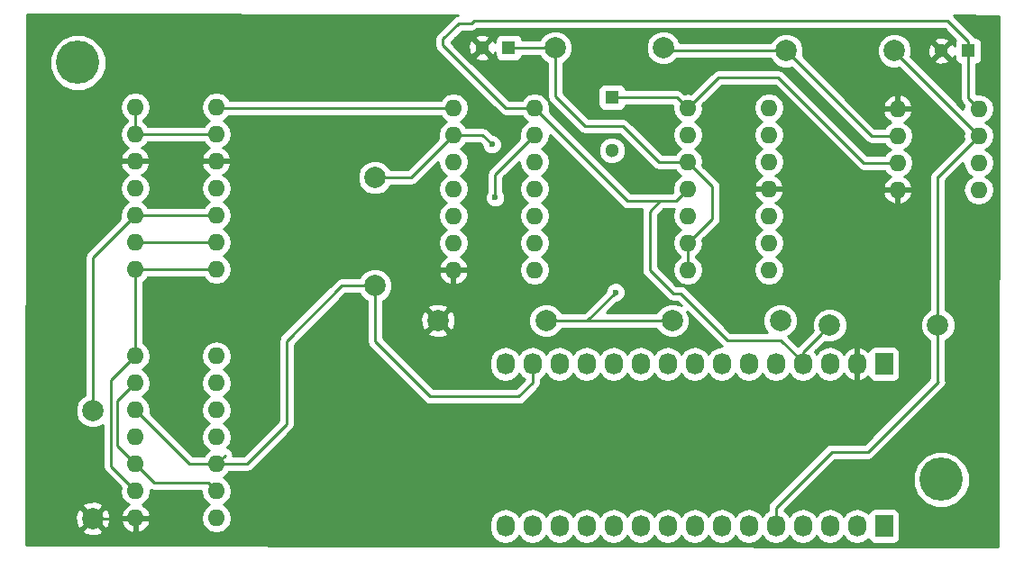
<source format=gtl>
G04 #@! TF.FileFunction,Copper,L1,Top,Signal*
%FSLAX46Y46*%
G04 Gerber Fmt 4.6, Leading zero omitted, Abs format (unit mm)*
G04 Created by KiCad (PCBNEW 4.0.1-stable) date Saturday, December 10, 2016 'PMt' 11:33:21 PM*
%MOMM*%
G01*
G04 APERTURE LIST*
%ADD10C,0.100000*%
%ADD11R,1.300000X1.300000*%
%ADD12C,1.300000*%
%ADD13R,1.727200X2.032000*%
%ADD14O,1.727200X2.032000*%
%ADD15C,1.998980*%
%ADD16O,1.600000X1.600000*%
%ADD17C,4.064000*%
%ADD18C,0.600000*%
%ADD19C,0.250000*%
%ADD20C,0.254000*%
G04 APERTURE END LIST*
D10*
D11*
X96266000Y-81360000D03*
D12*
X96266000Y-86360000D03*
D11*
X86574000Y-76708000D03*
D12*
X84074000Y-76708000D03*
D11*
X129714000Y-77000000D03*
D12*
X127214000Y-77000000D03*
D13*
X121820000Y-121674000D03*
D14*
X119280000Y-121674000D03*
X116740000Y-121674000D03*
X114200000Y-121674000D03*
X111660000Y-121674000D03*
X109120000Y-121674000D03*
X106580000Y-121674000D03*
X104040000Y-121674000D03*
X101500000Y-121674000D03*
X98960000Y-121674000D03*
X96420000Y-121674000D03*
X93880000Y-121674000D03*
X91340000Y-121674000D03*
X88800000Y-121674000D03*
X86260000Y-121674000D03*
D13*
X121820000Y-106434000D03*
D14*
X119280000Y-106434000D03*
X116740000Y-106434000D03*
X114200000Y-106434000D03*
X111660000Y-106434000D03*
X109120000Y-106434000D03*
X106580000Y-106434000D03*
X104040000Y-106434000D03*
X101500000Y-106434000D03*
X98960000Y-106434000D03*
X96420000Y-106434000D03*
X93880000Y-106434000D03*
X91340000Y-106434000D03*
X88800000Y-106434000D03*
X86260000Y-106434000D03*
D15*
X47498000Y-110824000D03*
X47498000Y-120984000D03*
X74000000Y-99080000D03*
X74000000Y-88920000D03*
X112080000Y-102362000D03*
X101920000Y-102362000D03*
X90080000Y-102362000D03*
X79920000Y-102362000D03*
X101092000Y-76708000D03*
X90932000Y-76708000D03*
X122794000Y-77000000D03*
X112634000Y-77000000D03*
D16*
X51500000Y-105684000D03*
X51500000Y-108224000D03*
X51500000Y-110764000D03*
X51500000Y-113304000D03*
X51500000Y-115844000D03*
X51500000Y-118384000D03*
X51500000Y-120924000D03*
X59120000Y-120924000D03*
X59120000Y-118384000D03*
X59120000Y-115844000D03*
X59120000Y-113304000D03*
X59120000Y-110764000D03*
X59120000Y-108224000D03*
X59120000Y-105684000D03*
X51480000Y-82300000D03*
X51480000Y-84840000D03*
X51480000Y-87380000D03*
X51480000Y-89920000D03*
X51480000Y-92460000D03*
X51480000Y-95000000D03*
X51480000Y-97540000D03*
X59100000Y-97540000D03*
X59100000Y-95000000D03*
X59100000Y-92460000D03*
X59100000Y-89920000D03*
X59100000Y-87380000D03*
X59100000Y-84840000D03*
X59100000Y-82300000D03*
X81380000Y-82380000D03*
X81380000Y-84920000D03*
X81380000Y-87460000D03*
X81380000Y-90000000D03*
X81380000Y-92540000D03*
X81380000Y-95080000D03*
X81380000Y-97620000D03*
X89000000Y-97620000D03*
X89000000Y-95080000D03*
X89000000Y-92540000D03*
X89000000Y-90000000D03*
X89000000Y-87460000D03*
X89000000Y-84920000D03*
X89000000Y-82380000D03*
X103380000Y-82380000D03*
X103380000Y-84920000D03*
X103380000Y-87460000D03*
X103380000Y-90000000D03*
X103380000Y-92540000D03*
X103380000Y-95080000D03*
X103380000Y-97620000D03*
X111000000Y-97620000D03*
X111000000Y-95080000D03*
X111000000Y-92540000D03*
X111000000Y-90000000D03*
X111000000Y-87460000D03*
X111000000Y-84920000D03*
X111000000Y-82380000D03*
X123094000Y-82460000D03*
X123094000Y-85000000D03*
X123094000Y-87540000D03*
X123094000Y-90080000D03*
X130714000Y-90080000D03*
X130714000Y-87540000D03*
X130714000Y-85000000D03*
X130714000Y-82460000D03*
D17*
X46100000Y-78100000D03*
X127200000Y-117300000D03*
D15*
X116720000Y-102800000D03*
X126880000Y-102800000D03*
D18*
X85000000Y-85800000D03*
X85300000Y-90800000D03*
X96600000Y-99700000D03*
D19*
X111900000Y-79500000D02*
X106260000Y-79500000D01*
X106260000Y-79500000D02*
X103380000Y-82380000D01*
X119940000Y-87540000D02*
X111900000Y-79500000D01*
X123094000Y-87540000D02*
X119940000Y-87540000D01*
X96266000Y-81360000D02*
X102360000Y-81360000D01*
X102360000Y-81360000D02*
X103380000Y-82380000D01*
X81380000Y-84920000D02*
X84120000Y-84920000D01*
X84120000Y-84920000D02*
X85000000Y-85800000D01*
X74000000Y-88920000D02*
X77380000Y-88920000D01*
X77380000Y-88920000D02*
X81380000Y-84920000D01*
X79200000Y-109500000D02*
X87500000Y-109500000D01*
X87500000Y-109500000D02*
X88800000Y-108200000D01*
X88800000Y-108200000D02*
X88800000Y-106434000D01*
X74000000Y-104300000D02*
X79200000Y-109500000D01*
X74000000Y-99080000D02*
X74000000Y-104300000D01*
X88900000Y-107086400D02*
X88900000Y-106934000D01*
X65700000Y-112100000D02*
X61956000Y-115844000D01*
X61956000Y-115844000D02*
X59120000Y-115844000D01*
X65700000Y-104300000D02*
X65700000Y-112100000D01*
X70920000Y-99080000D02*
X65700000Y-104300000D01*
X74000000Y-99080000D02*
X70920000Y-99080000D01*
X59919999Y-115044001D02*
X59120000Y-115844000D01*
X88900000Y-106781600D02*
X88900000Y-106934000D01*
X59120000Y-115844000D02*
X56580000Y-115844000D01*
X56580000Y-115844000D02*
X51500000Y-110764000D01*
X59100000Y-87380000D02*
X51480000Y-87380000D01*
X59100000Y-87380000D02*
X64920000Y-87380000D01*
X47498000Y-120984000D02*
X51440000Y-120984000D01*
X51440000Y-120984000D02*
X51500000Y-120924000D01*
X123094000Y-82460000D02*
X123094000Y-81328630D01*
X111080000Y-90080000D02*
X111000000Y-90000000D01*
X105700000Y-92760000D02*
X105700000Y-89780000D01*
X105700000Y-89780000D02*
X103380000Y-87460000D01*
X103380000Y-95080000D02*
X105700000Y-92760000D01*
X103380000Y-97620000D02*
X103380000Y-95080000D01*
X90932000Y-81280000D02*
X90932000Y-76708000D01*
X93726000Y-84074000D02*
X90932000Y-81280000D01*
X97282000Y-84074000D02*
X93726000Y-84074000D01*
X100668000Y-87460000D02*
X97282000Y-84074000D01*
X103380000Y-87460000D02*
X100668000Y-87460000D01*
X90932000Y-76708000D02*
X89518508Y-76708000D01*
X89518508Y-76708000D02*
X86574000Y-76708000D01*
X114200000Y-106434000D02*
X114200000Y-105320000D01*
X114200000Y-105320000D02*
X115720511Y-103799489D01*
X115720511Y-103799489D02*
X116720000Y-102800000D01*
X114200000Y-106281600D02*
X112118400Y-104200000D01*
X112118400Y-104200000D02*
X107100000Y-104200000D01*
X107100000Y-104200000D02*
X102700000Y-99800000D01*
X102000000Y-99800000D02*
X99800000Y-97600000D01*
X102700000Y-99800000D02*
X102000000Y-99800000D01*
X99800000Y-97600000D02*
X99800000Y-92125001D01*
X99800000Y-92125001D02*
X100800000Y-91125001D01*
X114200000Y-106434000D02*
X114200000Y-106281600D01*
X80400000Y-76500000D02*
X86280000Y-82380000D01*
X86280000Y-82380000D02*
X89000000Y-82380000D01*
X80400000Y-75900000D02*
X80400000Y-76500000D01*
X81898999Y-74401001D02*
X80400000Y-75900000D01*
X83300000Y-74200000D02*
X83098999Y-74401001D01*
X83098999Y-74401001D02*
X81898999Y-74401001D01*
X127814000Y-74200000D02*
X83300000Y-74200000D01*
X129714000Y-77000000D02*
X129714000Y-76100000D01*
X129714000Y-76100000D02*
X127814000Y-74200000D01*
X97745001Y-91125001D02*
X100800000Y-91125001D01*
X100800000Y-91125001D02*
X102254999Y-91125001D01*
X89000000Y-82380000D02*
X97745001Y-91125001D01*
X114300000Y-106781600D02*
X114300000Y-106934000D01*
X103380000Y-90000000D02*
X102254999Y-91125001D01*
X129714000Y-77000000D02*
X129714000Y-81460000D01*
X129714000Y-81460000D02*
X130714000Y-82460000D01*
X114300000Y-106781600D02*
X114046000Y-106527600D01*
X126880000Y-102800000D02*
X126880000Y-88834000D01*
X126880000Y-88834000D02*
X126900000Y-88814000D01*
X126900000Y-108100000D02*
X126880000Y-108080000D01*
X126880000Y-108080000D02*
X126880000Y-102800000D01*
X116900000Y-114700000D02*
X111660000Y-119940000D01*
X111660000Y-119940000D02*
X111660000Y-121674000D01*
X116900000Y-114700000D02*
X120300000Y-114700000D01*
X120300000Y-114700000D02*
X126900000Y-108100000D01*
X126900000Y-88814000D02*
X130714000Y-85000000D01*
X111760000Y-122021600D02*
X111900000Y-121881600D01*
X130714000Y-85000000D02*
X122794000Y-77080000D01*
X122794000Y-77080000D02*
X122794000Y-77000000D01*
X111760000Y-122174000D02*
X111760000Y-122021600D01*
X89000000Y-84920000D02*
X85300000Y-88620000D01*
X85300000Y-88620000D02*
X85300000Y-90800000D01*
X47498000Y-110824000D02*
X47498000Y-96442000D01*
X47498000Y-96442000D02*
X51480000Y-92460000D01*
X51480000Y-92460000D02*
X59100000Y-92460000D01*
X90080000Y-102362000D02*
X93938000Y-102362000D01*
X93938000Y-102362000D02*
X96600000Y-99700000D01*
X90080000Y-102362000D02*
X101920000Y-102362000D01*
X112634000Y-77000000D02*
X101384000Y-77000000D01*
X101384000Y-77000000D02*
X101092000Y-76708000D01*
X123094000Y-85000000D02*
X120634000Y-85000000D01*
X120634000Y-85000000D02*
X112634000Y-77000000D01*
X112522000Y-76888000D02*
X112634000Y-77000000D01*
X49200000Y-116084000D02*
X49200000Y-107984000D01*
X49200000Y-107984000D02*
X51500000Y-105684000D01*
X51500000Y-118384000D02*
X49200000Y-116084000D01*
X51500000Y-105684000D02*
X51500000Y-97560000D01*
X51500000Y-97560000D02*
X51480000Y-97540000D01*
X51480000Y-97540000D02*
X59100000Y-97540000D01*
X49824000Y-109900000D02*
X49824000Y-114168000D01*
X49824000Y-114168000D02*
X51500000Y-115844000D01*
X51500000Y-108224000D02*
X49824000Y-109900000D01*
X59120000Y-118384000D02*
X58320001Y-117584001D01*
X53240001Y-117584001D02*
X51500000Y-115844000D01*
X58320001Y-117584001D02*
X53240001Y-117584001D01*
X51480000Y-82300000D02*
X51480000Y-83431370D01*
X51480000Y-83431370D02*
X51480000Y-84840000D01*
X51480000Y-84840000D02*
X59100000Y-84840000D01*
X59100000Y-95000000D02*
X57968630Y-95000000D01*
X57968630Y-95000000D02*
X51480000Y-95000000D01*
X81380000Y-82380000D02*
X59180000Y-82380000D01*
X59180000Y-82380000D02*
X59100000Y-82300000D01*
D20*
G36*
X81831541Y-73654419D02*
X81608160Y-73698853D01*
X81361598Y-73863600D01*
X79862599Y-75362599D01*
X79697852Y-75609161D01*
X79640000Y-75900000D01*
X79640000Y-76500000D01*
X79697852Y-76790839D01*
X79862599Y-77037401D01*
X85742599Y-82917401D01*
X85989161Y-83082148D01*
X86280000Y-83140000D01*
X87787005Y-83140000D01*
X87957189Y-83394698D01*
X88339275Y-83650000D01*
X87957189Y-83905302D01*
X87646120Y-84370849D01*
X87536887Y-84920000D01*
X87601312Y-85243886D01*
X84762599Y-88082599D01*
X84597852Y-88329161D01*
X84540000Y-88620000D01*
X84540000Y-90237537D01*
X84507808Y-90269673D01*
X84365162Y-90613201D01*
X84364838Y-90985167D01*
X84506883Y-91328943D01*
X84769673Y-91592192D01*
X85113201Y-91734838D01*
X85485167Y-91735162D01*
X85828943Y-91593117D01*
X86092192Y-91330327D01*
X86234838Y-90986799D01*
X86235162Y-90614833D01*
X86093117Y-90271057D01*
X86060000Y-90237882D01*
X86060000Y-88934802D01*
X87537405Y-87457397D01*
X87536887Y-87460000D01*
X87646120Y-88009151D01*
X87957189Y-88474698D01*
X88339275Y-88730000D01*
X87957189Y-88985302D01*
X87646120Y-89450849D01*
X87536887Y-90000000D01*
X87646120Y-90549151D01*
X87957189Y-91014698D01*
X88339275Y-91270000D01*
X87957189Y-91525302D01*
X87646120Y-91990849D01*
X87536887Y-92540000D01*
X87646120Y-93089151D01*
X87957189Y-93554698D01*
X88339275Y-93810000D01*
X87957189Y-94065302D01*
X87646120Y-94530849D01*
X87536887Y-95080000D01*
X87646120Y-95629151D01*
X87957189Y-96094698D01*
X88339275Y-96350000D01*
X87957189Y-96605302D01*
X87646120Y-97070849D01*
X87536887Y-97620000D01*
X87646120Y-98169151D01*
X87957189Y-98634698D01*
X88422736Y-98945767D01*
X88971887Y-99055000D01*
X89028113Y-99055000D01*
X89577264Y-98945767D01*
X90042811Y-98634698D01*
X90353880Y-98169151D01*
X90463113Y-97620000D01*
X90353880Y-97070849D01*
X90042811Y-96605302D01*
X89660725Y-96350000D01*
X90042811Y-96094698D01*
X90353880Y-95629151D01*
X90463113Y-95080000D01*
X90353880Y-94530849D01*
X90042811Y-94065302D01*
X89660725Y-93810000D01*
X90042811Y-93554698D01*
X90353880Y-93089151D01*
X90463113Y-92540000D01*
X90353880Y-91990849D01*
X90042811Y-91525302D01*
X89660725Y-91270000D01*
X90042811Y-91014698D01*
X90353880Y-90549151D01*
X90463113Y-90000000D01*
X90353880Y-89450849D01*
X90042811Y-88985302D01*
X89660725Y-88730000D01*
X90042811Y-88474698D01*
X90353880Y-88009151D01*
X90463113Y-87460000D01*
X90353880Y-86910849D01*
X90042811Y-86445302D01*
X89660725Y-86190000D01*
X90042811Y-85934698D01*
X90353880Y-85469151D01*
X90463113Y-84920000D01*
X90462595Y-84917397D01*
X97207600Y-91662402D01*
X97454162Y-91827149D01*
X97745001Y-91885001D01*
X99087739Y-91885001D01*
X99040000Y-92125001D01*
X99040000Y-97600000D01*
X99097852Y-97890839D01*
X99262599Y-98137401D01*
X101462599Y-100337401D01*
X101709161Y-100502148D01*
X102000000Y-100560000D01*
X102385198Y-100560000D01*
X102770596Y-100945398D01*
X102246547Y-100727794D01*
X101596306Y-100727226D01*
X100995345Y-100975538D01*
X100535154Y-101434927D01*
X100465779Y-101602000D01*
X95772802Y-101602000D01*
X96739680Y-100635122D01*
X96785167Y-100635162D01*
X97128943Y-100493117D01*
X97392192Y-100230327D01*
X97534838Y-99886799D01*
X97535162Y-99514833D01*
X97393117Y-99171057D01*
X97130327Y-98907808D01*
X96786799Y-98765162D01*
X96414833Y-98764838D01*
X96071057Y-98906883D01*
X95807808Y-99169673D01*
X95665162Y-99513201D01*
X95665121Y-99560076D01*
X93623198Y-101602000D01*
X91534496Y-101602000D01*
X91466462Y-101437345D01*
X91007073Y-100977154D01*
X90406547Y-100727794D01*
X89756306Y-100727226D01*
X89155345Y-100975538D01*
X88695154Y-101434927D01*
X88445794Y-102035453D01*
X88445226Y-102685694D01*
X88693538Y-103286655D01*
X89152927Y-103746846D01*
X89753453Y-103996206D01*
X90403694Y-103996774D01*
X91004655Y-103748462D01*
X91464846Y-103289073D01*
X91534221Y-103122000D01*
X100465504Y-103122000D01*
X100533538Y-103286655D01*
X100992927Y-103746846D01*
X101593453Y-103996206D01*
X102243694Y-103996774D01*
X102844655Y-103748462D01*
X103304846Y-103289073D01*
X103554206Y-102688547D01*
X103554774Y-102038306D01*
X103337387Y-101512189D01*
X106562599Y-104737401D01*
X106583467Y-104751345D01*
X106580000Y-104750655D01*
X106006511Y-104864729D01*
X105520330Y-105189585D01*
X105310000Y-105504366D01*
X105099670Y-105189585D01*
X104613489Y-104864729D01*
X104040000Y-104750655D01*
X103466511Y-104864729D01*
X102980330Y-105189585D01*
X102770000Y-105504366D01*
X102559670Y-105189585D01*
X102073489Y-104864729D01*
X101500000Y-104750655D01*
X100926511Y-104864729D01*
X100440330Y-105189585D01*
X100230000Y-105504366D01*
X100019670Y-105189585D01*
X99533489Y-104864729D01*
X98960000Y-104750655D01*
X98386511Y-104864729D01*
X97900330Y-105189585D01*
X97690000Y-105504366D01*
X97479670Y-105189585D01*
X96993489Y-104864729D01*
X96420000Y-104750655D01*
X95846511Y-104864729D01*
X95360330Y-105189585D01*
X95150000Y-105504366D01*
X94939670Y-105189585D01*
X94453489Y-104864729D01*
X93880000Y-104750655D01*
X93306511Y-104864729D01*
X92820330Y-105189585D01*
X92610000Y-105504366D01*
X92399670Y-105189585D01*
X91913489Y-104864729D01*
X91340000Y-104750655D01*
X90766511Y-104864729D01*
X90280330Y-105189585D01*
X90070000Y-105504366D01*
X89859670Y-105189585D01*
X89373489Y-104864729D01*
X88800000Y-104750655D01*
X88226511Y-104864729D01*
X87740330Y-105189585D01*
X87530000Y-105504366D01*
X87319670Y-105189585D01*
X86833489Y-104864729D01*
X86260000Y-104750655D01*
X85686511Y-104864729D01*
X85200330Y-105189585D01*
X84875474Y-105675766D01*
X84761400Y-106249255D01*
X84761400Y-106618745D01*
X84875474Y-107192234D01*
X85200330Y-107678415D01*
X85686511Y-108003271D01*
X86260000Y-108117345D01*
X86833489Y-108003271D01*
X87319670Y-107678415D01*
X87530000Y-107363634D01*
X87740330Y-107678415D01*
X88040000Y-107878648D01*
X88040000Y-107885198D01*
X87185198Y-108740000D01*
X79514802Y-108740000D01*
X74760000Y-103985198D01*
X74760000Y-103514163D01*
X78947443Y-103514163D01*
X79046042Y-103780965D01*
X79655582Y-104007401D01*
X80305377Y-103983341D01*
X80793958Y-103780965D01*
X80892557Y-103514163D01*
X79920000Y-102541605D01*
X78947443Y-103514163D01*
X74760000Y-103514163D01*
X74760000Y-102097582D01*
X78274599Y-102097582D01*
X78298659Y-102747377D01*
X78501035Y-103235958D01*
X78767837Y-103334557D01*
X79740395Y-102362000D01*
X80099605Y-102362000D01*
X81072163Y-103334557D01*
X81338965Y-103235958D01*
X81565401Y-102626418D01*
X81541341Y-101976623D01*
X81338965Y-101488042D01*
X81072163Y-101389443D01*
X80099605Y-102362000D01*
X79740395Y-102362000D01*
X78767837Y-101389443D01*
X78501035Y-101488042D01*
X78274599Y-102097582D01*
X74760000Y-102097582D01*
X74760000Y-101209837D01*
X78947443Y-101209837D01*
X79920000Y-102182395D01*
X80892557Y-101209837D01*
X80793958Y-100943035D01*
X80184418Y-100716599D01*
X79534623Y-100740659D01*
X79046042Y-100943035D01*
X78947443Y-101209837D01*
X74760000Y-101209837D01*
X74760000Y-100534496D01*
X74924655Y-100466462D01*
X75384846Y-100007073D01*
X75634206Y-99406547D01*
X75634774Y-98756306D01*
X75386462Y-98155345D01*
X75200481Y-97969039D01*
X79988096Y-97969039D01*
X80148959Y-98357423D01*
X80524866Y-98772389D01*
X81030959Y-99011914D01*
X81253000Y-98890629D01*
X81253000Y-97747000D01*
X81507000Y-97747000D01*
X81507000Y-98890629D01*
X81729041Y-99011914D01*
X82235134Y-98772389D01*
X82611041Y-98357423D01*
X82771904Y-97969039D01*
X82649915Y-97747000D01*
X81507000Y-97747000D01*
X81253000Y-97747000D01*
X80110085Y-97747000D01*
X79988096Y-97969039D01*
X75200481Y-97969039D01*
X74927073Y-97695154D01*
X74326547Y-97445794D01*
X73676306Y-97445226D01*
X73075345Y-97693538D01*
X72615154Y-98152927D01*
X72545779Y-98320000D01*
X70920000Y-98320000D01*
X70629161Y-98377852D01*
X70382599Y-98542599D01*
X65162599Y-103762599D01*
X64997852Y-104009161D01*
X64940000Y-104300000D01*
X64940000Y-111785198D01*
X61641198Y-115084000D01*
X60672042Y-115084000D01*
X60679998Y-115044001D01*
X60622147Y-114753162D01*
X60457400Y-114506600D01*
X60210838Y-114341853D01*
X60147124Y-114329180D01*
X60162811Y-114318698D01*
X60473880Y-113853151D01*
X60583113Y-113304000D01*
X60473880Y-112754849D01*
X60162811Y-112289302D01*
X59780725Y-112034000D01*
X60162811Y-111778698D01*
X60473880Y-111313151D01*
X60583113Y-110764000D01*
X60473880Y-110214849D01*
X60162811Y-109749302D01*
X59780725Y-109494000D01*
X60162811Y-109238698D01*
X60473880Y-108773151D01*
X60583113Y-108224000D01*
X60473880Y-107674849D01*
X60162811Y-107209302D01*
X59780725Y-106954000D01*
X60162811Y-106698698D01*
X60473880Y-106233151D01*
X60583113Y-105684000D01*
X60473880Y-105134849D01*
X60162811Y-104669302D01*
X59697264Y-104358233D01*
X59148113Y-104249000D01*
X59091887Y-104249000D01*
X58542736Y-104358233D01*
X58077189Y-104669302D01*
X57766120Y-105134849D01*
X57656887Y-105684000D01*
X57766120Y-106233151D01*
X58077189Y-106698698D01*
X58459275Y-106954000D01*
X58077189Y-107209302D01*
X57766120Y-107674849D01*
X57656887Y-108224000D01*
X57766120Y-108773151D01*
X58077189Y-109238698D01*
X58459275Y-109494000D01*
X58077189Y-109749302D01*
X57766120Y-110214849D01*
X57656887Y-110764000D01*
X57766120Y-111313151D01*
X58077189Y-111778698D01*
X58459275Y-112034000D01*
X58077189Y-112289302D01*
X57766120Y-112754849D01*
X57656887Y-113304000D01*
X57766120Y-113853151D01*
X58077189Y-114318698D01*
X58459275Y-114574000D01*
X58077189Y-114829302D01*
X57907005Y-115084000D01*
X56894802Y-115084000D01*
X52898688Y-111087886D01*
X52963113Y-110764000D01*
X52853880Y-110214849D01*
X52542811Y-109749302D01*
X52160725Y-109494000D01*
X52542811Y-109238698D01*
X52853880Y-108773151D01*
X52963113Y-108224000D01*
X52853880Y-107674849D01*
X52542811Y-107209302D01*
X52160725Y-106954000D01*
X52542811Y-106698698D01*
X52853880Y-106233151D01*
X52963113Y-105684000D01*
X52853880Y-105134849D01*
X52542811Y-104669302D01*
X52260000Y-104480333D01*
X52260000Y-98730303D01*
X52522811Y-98554698D01*
X52692995Y-98300000D01*
X57887005Y-98300000D01*
X58057189Y-98554698D01*
X58522736Y-98865767D01*
X59071887Y-98975000D01*
X59128113Y-98975000D01*
X59677264Y-98865767D01*
X60142811Y-98554698D01*
X60453880Y-98089151D01*
X60563113Y-97540000D01*
X60453880Y-96990849D01*
X60142811Y-96525302D01*
X59760725Y-96270000D01*
X60142811Y-96014698D01*
X60453880Y-95549151D01*
X60563113Y-95000000D01*
X60453880Y-94450849D01*
X60142811Y-93985302D01*
X59760725Y-93730000D01*
X60142811Y-93474698D01*
X60453880Y-93009151D01*
X60563113Y-92460000D01*
X60453880Y-91910849D01*
X60142811Y-91445302D01*
X59760725Y-91190000D01*
X60142811Y-90934698D01*
X60453880Y-90469151D01*
X60563113Y-89920000D01*
X60453880Y-89370849D01*
X60142811Y-88905302D01*
X59738297Y-88635014D01*
X59955134Y-88532389D01*
X60331041Y-88117423D01*
X60491904Y-87729039D01*
X60369915Y-87507000D01*
X59227000Y-87507000D01*
X59227000Y-87527000D01*
X58973000Y-87527000D01*
X58973000Y-87507000D01*
X57830085Y-87507000D01*
X57708096Y-87729039D01*
X57868959Y-88117423D01*
X58244866Y-88532389D01*
X58461703Y-88635014D01*
X58057189Y-88905302D01*
X57746120Y-89370849D01*
X57636887Y-89920000D01*
X57746120Y-90469151D01*
X58057189Y-90934698D01*
X58439275Y-91190000D01*
X58057189Y-91445302D01*
X57887005Y-91700000D01*
X52692995Y-91700000D01*
X52522811Y-91445302D01*
X52140725Y-91190000D01*
X52522811Y-90934698D01*
X52833880Y-90469151D01*
X52943113Y-89920000D01*
X52833880Y-89370849D01*
X52522811Y-88905302D01*
X52118297Y-88635014D01*
X52335134Y-88532389D01*
X52711041Y-88117423D01*
X52871904Y-87729039D01*
X52749915Y-87507000D01*
X51607000Y-87507000D01*
X51607000Y-87527000D01*
X51353000Y-87527000D01*
X51353000Y-87507000D01*
X50210085Y-87507000D01*
X50088096Y-87729039D01*
X50248959Y-88117423D01*
X50624866Y-88532389D01*
X50841703Y-88635014D01*
X50437189Y-88905302D01*
X50126120Y-89370849D01*
X50016887Y-89920000D01*
X50126120Y-90469151D01*
X50437189Y-90934698D01*
X50819275Y-91190000D01*
X50437189Y-91445302D01*
X50126120Y-91910849D01*
X50016887Y-92460000D01*
X50081312Y-92783886D01*
X46960599Y-95904599D01*
X46795852Y-96151161D01*
X46738000Y-96442000D01*
X46738000Y-109369504D01*
X46573345Y-109437538D01*
X46113154Y-109896927D01*
X45863794Y-110497453D01*
X45863226Y-111147694D01*
X46111538Y-111748655D01*
X46570927Y-112208846D01*
X47171453Y-112458206D01*
X47821694Y-112458774D01*
X48422655Y-112210462D01*
X48440000Y-112193147D01*
X48440000Y-116084000D01*
X48497852Y-116374839D01*
X48662599Y-116621401D01*
X50101312Y-118060114D01*
X50036887Y-118384000D01*
X50146120Y-118933151D01*
X50457189Y-119398698D01*
X50861703Y-119668986D01*
X50644866Y-119771611D01*
X50268959Y-120186577D01*
X50108096Y-120574961D01*
X50230085Y-120797000D01*
X51373000Y-120797000D01*
X51373000Y-120777000D01*
X51627000Y-120777000D01*
X51627000Y-120797000D01*
X52769915Y-120797000D01*
X52891904Y-120574961D01*
X52731041Y-120186577D01*
X52355134Y-119771611D01*
X52138297Y-119668986D01*
X52542811Y-119398698D01*
X52853880Y-118933151D01*
X52963113Y-118384000D01*
X52942804Y-118281901D01*
X52949162Y-118286149D01*
X53240001Y-118344001D01*
X57664843Y-118344001D01*
X57656887Y-118384000D01*
X57766120Y-118933151D01*
X58077189Y-119398698D01*
X58459275Y-119654000D01*
X58077189Y-119909302D01*
X57766120Y-120374849D01*
X57656887Y-120924000D01*
X57766120Y-121473151D01*
X58077189Y-121938698D01*
X58542736Y-122249767D01*
X59091887Y-122359000D01*
X59148113Y-122359000D01*
X59697264Y-122249767D01*
X60162811Y-121938698D01*
X60473880Y-121473151D01*
X60583113Y-120924000D01*
X60473880Y-120374849D01*
X60162811Y-119909302D01*
X59780725Y-119654000D01*
X60162811Y-119398698D01*
X60473880Y-118933151D01*
X60583113Y-118384000D01*
X60473880Y-117834849D01*
X60162811Y-117369302D01*
X59780725Y-117114000D01*
X60162811Y-116858698D01*
X60332995Y-116604000D01*
X61956000Y-116604000D01*
X62246839Y-116546148D01*
X62493401Y-116381401D01*
X66237401Y-112637401D01*
X66402148Y-112390839D01*
X66460000Y-112100000D01*
X66460000Y-104614802D01*
X71234802Y-99840000D01*
X72545504Y-99840000D01*
X72613538Y-100004655D01*
X73072927Y-100464846D01*
X73240000Y-100534221D01*
X73240000Y-104300000D01*
X73297852Y-104590839D01*
X73462599Y-104837401D01*
X78662599Y-110037401D01*
X78909161Y-110202148D01*
X79200000Y-110260000D01*
X87500000Y-110260000D01*
X87790839Y-110202148D01*
X88037401Y-110037401D01*
X89337401Y-108737401D01*
X89502148Y-108490839D01*
X89560000Y-108200000D01*
X89560000Y-107878648D01*
X89859670Y-107678415D01*
X90070000Y-107363634D01*
X90280330Y-107678415D01*
X90766511Y-108003271D01*
X91340000Y-108117345D01*
X91913489Y-108003271D01*
X92399670Y-107678415D01*
X92610000Y-107363634D01*
X92820330Y-107678415D01*
X93306511Y-108003271D01*
X93880000Y-108117345D01*
X94453489Y-108003271D01*
X94939670Y-107678415D01*
X95150000Y-107363634D01*
X95360330Y-107678415D01*
X95846511Y-108003271D01*
X96420000Y-108117345D01*
X96993489Y-108003271D01*
X97479670Y-107678415D01*
X97690000Y-107363634D01*
X97900330Y-107678415D01*
X98386511Y-108003271D01*
X98960000Y-108117345D01*
X99533489Y-108003271D01*
X100019670Y-107678415D01*
X100230000Y-107363634D01*
X100440330Y-107678415D01*
X100926511Y-108003271D01*
X101500000Y-108117345D01*
X102073489Y-108003271D01*
X102559670Y-107678415D01*
X102770000Y-107363634D01*
X102980330Y-107678415D01*
X103466511Y-108003271D01*
X104040000Y-108117345D01*
X104613489Y-108003271D01*
X105099670Y-107678415D01*
X105310000Y-107363634D01*
X105520330Y-107678415D01*
X106006511Y-108003271D01*
X106580000Y-108117345D01*
X107153489Y-108003271D01*
X107639670Y-107678415D01*
X107850000Y-107363634D01*
X108060330Y-107678415D01*
X108546511Y-108003271D01*
X109120000Y-108117345D01*
X109693489Y-108003271D01*
X110179670Y-107678415D01*
X110390000Y-107363634D01*
X110600330Y-107678415D01*
X111086511Y-108003271D01*
X111660000Y-108117345D01*
X112233489Y-108003271D01*
X112719670Y-107678415D01*
X112930000Y-107363634D01*
X113140330Y-107678415D01*
X113626511Y-108003271D01*
X114200000Y-108117345D01*
X114773489Y-108003271D01*
X115259670Y-107678415D01*
X115470000Y-107363634D01*
X115680330Y-107678415D01*
X116166511Y-108003271D01*
X116740000Y-108117345D01*
X117313489Y-108003271D01*
X117799670Y-107678415D01*
X118006461Y-107368931D01*
X118377964Y-107784732D01*
X118905209Y-108038709D01*
X118920974Y-108041358D01*
X119153000Y-107920217D01*
X119153000Y-106561000D01*
X119133000Y-106561000D01*
X119133000Y-106307000D01*
X119153000Y-106307000D01*
X119153000Y-104947783D01*
X119407000Y-104947783D01*
X119407000Y-106307000D01*
X119427000Y-106307000D01*
X119427000Y-106561000D01*
X119407000Y-106561000D01*
X119407000Y-107920217D01*
X119639026Y-108041358D01*
X119654791Y-108038709D01*
X120182036Y-107784732D01*
X120338907Y-107609155D01*
X120353238Y-107685317D01*
X120492310Y-107901441D01*
X120704510Y-108046431D01*
X120956400Y-108097440D01*
X122683600Y-108097440D01*
X122918917Y-108053162D01*
X123135041Y-107914090D01*
X123280031Y-107701890D01*
X123331040Y-107450000D01*
X123331040Y-105418000D01*
X123286762Y-105182683D01*
X123147690Y-104966559D01*
X122935490Y-104821569D01*
X122683600Y-104770560D01*
X120956400Y-104770560D01*
X120721083Y-104814838D01*
X120504959Y-104953910D01*
X120359969Y-105166110D01*
X120340768Y-105260927D01*
X120182036Y-105083268D01*
X119654791Y-104829291D01*
X119639026Y-104826642D01*
X119407000Y-104947783D01*
X119153000Y-104947783D01*
X118920974Y-104826642D01*
X118905209Y-104829291D01*
X118377964Y-105083268D01*
X118006461Y-105499069D01*
X117799670Y-105189585D01*
X117313489Y-104864729D01*
X116740000Y-104750655D01*
X116166511Y-104864729D01*
X115680330Y-105189585D01*
X115470000Y-105504366D01*
X115317968Y-105276834D01*
X116228917Y-104365885D01*
X116393453Y-104434206D01*
X117043694Y-104434774D01*
X117644655Y-104186462D01*
X118104846Y-103727073D01*
X118354206Y-103126547D01*
X118354774Y-102476306D01*
X118106462Y-101875345D01*
X117647073Y-101415154D01*
X117046547Y-101165794D01*
X116396306Y-101165226D01*
X115795345Y-101413538D01*
X115335154Y-101872927D01*
X115085794Y-102473453D01*
X115085226Y-103123694D01*
X115154309Y-103290889D01*
X113719200Y-104725998D01*
X112818558Y-103825356D01*
X113004655Y-103748462D01*
X113464846Y-103289073D01*
X113714206Y-102688547D01*
X113714774Y-102038306D01*
X113466462Y-101437345D01*
X113007073Y-100977154D01*
X112406547Y-100727794D01*
X111756306Y-100727226D01*
X111155345Y-100975538D01*
X110695154Y-101434927D01*
X110445794Y-102035453D01*
X110445226Y-102685694D01*
X110693538Y-103286655D01*
X110846616Y-103440000D01*
X107414802Y-103440000D01*
X103237401Y-99262599D01*
X102990839Y-99097852D01*
X102700000Y-99040000D01*
X102314802Y-99040000D01*
X100560000Y-97285198D01*
X100560000Y-92439803D01*
X101114802Y-91885001D01*
X102096845Y-91885001D01*
X102026120Y-91990849D01*
X101916887Y-92540000D01*
X102026120Y-93089151D01*
X102337189Y-93554698D01*
X102719275Y-93810000D01*
X102337189Y-94065302D01*
X102026120Y-94530849D01*
X101916887Y-95080000D01*
X102026120Y-95629151D01*
X102337189Y-96094698D01*
X102620000Y-96283667D01*
X102620000Y-96416333D01*
X102337189Y-96605302D01*
X102026120Y-97070849D01*
X101916887Y-97620000D01*
X102026120Y-98169151D01*
X102337189Y-98634698D01*
X102802736Y-98945767D01*
X103351887Y-99055000D01*
X103408113Y-99055000D01*
X103957264Y-98945767D01*
X104422811Y-98634698D01*
X104733880Y-98169151D01*
X104843113Y-97620000D01*
X104733880Y-97070849D01*
X104422811Y-96605302D01*
X104140000Y-96416333D01*
X104140000Y-96283667D01*
X104422811Y-96094698D01*
X104733880Y-95629151D01*
X104843113Y-95080000D01*
X104778688Y-94756114D01*
X106237401Y-93297401D01*
X106402148Y-93050840D01*
X106412778Y-92997401D01*
X106460000Y-92760000D01*
X106460000Y-92540000D01*
X109536887Y-92540000D01*
X109646120Y-93089151D01*
X109957189Y-93554698D01*
X110339275Y-93810000D01*
X109957189Y-94065302D01*
X109646120Y-94530849D01*
X109536887Y-95080000D01*
X109646120Y-95629151D01*
X109957189Y-96094698D01*
X110339275Y-96350000D01*
X109957189Y-96605302D01*
X109646120Y-97070849D01*
X109536887Y-97620000D01*
X109646120Y-98169151D01*
X109957189Y-98634698D01*
X110422736Y-98945767D01*
X110971887Y-99055000D01*
X111028113Y-99055000D01*
X111577264Y-98945767D01*
X112042811Y-98634698D01*
X112353880Y-98169151D01*
X112463113Y-97620000D01*
X112353880Y-97070849D01*
X112042811Y-96605302D01*
X111660725Y-96350000D01*
X112042811Y-96094698D01*
X112353880Y-95629151D01*
X112463113Y-95080000D01*
X112353880Y-94530849D01*
X112042811Y-94065302D01*
X111660725Y-93810000D01*
X112042811Y-93554698D01*
X112353880Y-93089151D01*
X112463113Y-92540000D01*
X112353880Y-91990849D01*
X112042811Y-91525302D01*
X111638297Y-91255014D01*
X111855134Y-91152389D01*
X112231041Y-90737423D01*
X112358769Y-90429039D01*
X121702096Y-90429039D01*
X121862959Y-90817423D01*
X122238866Y-91232389D01*
X122744959Y-91471914D01*
X122967000Y-91350629D01*
X122967000Y-90207000D01*
X123221000Y-90207000D01*
X123221000Y-91350629D01*
X123443041Y-91471914D01*
X123949134Y-91232389D01*
X124325041Y-90817423D01*
X124485904Y-90429039D01*
X124363915Y-90207000D01*
X123221000Y-90207000D01*
X122967000Y-90207000D01*
X121824085Y-90207000D01*
X121702096Y-90429039D01*
X112358769Y-90429039D01*
X112391904Y-90349039D01*
X112269915Y-90127000D01*
X111127000Y-90127000D01*
X111127000Y-90147000D01*
X110873000Y-90147000D01*
X110873000Y-90127000D01*
X109730085Y-90127000D01*
X109608096Y-90349039D01*
X109768959Y-90737423D01*
X110144866Y-91152389D01*
X110361703Y-91255014D01*
X109957189Y-91525302D01*
X109646120Y-91990849D01*
X109536887Y-92540000D01*
X106460000Y-92540000D01*
X106460000Y-89780000D01*
X106402148Y-89489161D01*
X106402148Y-89489160D01*
X106237401Y-89242599D01*
X104778688Y-87783886D01*
X104843113Y-87460000D01*
X104733880Y-86910849D01*
X104422811Y-86445302D01*
X104040725Y-86190000D01*
X104422811Y-85934698D01*
X104733880Y-85469151D01*
X104843113Y-84920000D01*
X104733880Y-84370849D01*
X104422811Y-83905302D01*
X104040725Y-83650000D01*
X104422811Y-83394698D01*
X104733880Y-82929151D01*
X104843113Y-82380000D01*
X109536887Y-82380000D01*
X109646120Y-82929151D01*
X109957189Y-83394698D01*
X110339275Y-83650000D01*
X109957189Y-83905302D01*
X109646120Y-84370849D01*
X109536887Y-84920000D01*
X109646120Y-85469151D01*
X109957189Y-85934698D01*
X110339275Y-86190000D01*
X109957189Y-86445302D01*
X109646120Y-86910849D01*
X109536887Y-87460000D01*
X109646120Y-88009151D01*
X109957189Y-88474698D01*
X110361703Y-88744986D01*
X110144866Y-88847611D01*
X109768959Y-89262577D01*
X109608096Y-89650961D01*
X109730085Y-89873000D01*
X110873000Y-89873000D01*
X110873000Y-89853000D01*
X111127000Y-89853000D01*
X111127000Y-89873000D01*
X112269915Y-89873000D01*
X112391904Y-89650961D01*
X112231041Y-89262577D01*
X111855134Y-88847611D01*
X111638297Y-88744986D01*
X112042811Y-88474698D01*
X112353880Y-88009151D01*
X112463113Y-87460000D01*
X112353880Y-86910849D01*
X112042811Y-86445302D01*
X111660725Y-86190000D01*
X112042811Y-85934698D01*
X112353880Y-85469151D01*
X112463113Y-84920000D01*
X112353880Y-84370849D01*
X112042811Y-83905302D01*
X111660725Y-83650000D01*
X112042811Y-83394698D01*
X112353880Y-82929151D01*
X112463113Y-82380000D01*
X112353880Y-81830849D01*
X112042811Y-81365302D01*
X111577264Y-81054233D01*
X111028113Y-80945000D01*
X110971887Y-80945000D01*
X110422736Y-81054233D01*
X109957189Y-81365302D01*
X109646120Y-81830849D01*
X109536887Y-82380000D01*
X104843113Y-82380000D01*
X104778688Y-82056114D01*
X106574802Y-80260000D01*
X111585198Y-80260000D01*
X119402599Y-88077401D01*
X119649161Y-88242148D01*
X119940000Y-88300000D01*
X121881005Y-88300000D01*
X122051189Y-88554698D01*
X122455703Y-88824986D01*
X122238866Y-88927611D01*
X121862959Y-89342577D01*
X121702096Y-89730961D01*
X121824085Y-89953000D01*
X122967000Y-89953000D01*
X122967000Y-89933000D01*
X123221000Y-89933000D01*
X123221000Y-89953000D01*
X124363915Y-89953000D01*
X124485904Y-89730961D01*
X124325041Y-89342577D01*
X123949134Y-88927611D01*
X123732297Y-88824986D01*
X124136811Y-88554698D01*
X124447880Y-88089151D01*
X124557113Y-87540000D01*
X124447880Y-86990849D01*
X124136811Y-86525302D01*
X123754725Y-86270000D01*
X124136811Y-86014698D01*
X124447880Y-85549151D01*
X124557113Y-85000000D01*
X124447880Y-84450849D01*
X124136811Y-83985302D01*
X123732297Y-83715014D01*
X123949134Y-83612389D01*
X124325041Y-83197423D01*
X124485904Y-82809039D01*
X124363915Y-82587000D01*
X123221000Y-82587000D01*
X123221000Y-82607000D01*
X122967000Y-82607000D01*
X122967000Y-82587000D01*
X121824085Y-82587000D01*
X121702096Y-82809039D01*
X121862959Y-83197423D01*
X122238866Y-83612389D01*
X122455703Y-83715014D01*
X122051189Y-83985302D01*
X121881005Y-84240000D01*
X120948803Y-84240000D01*
X118819764Y-82110961D01*
X121702096Y-82110961D01*
X121824085Y-82333000D01*
X122967000Y-82333000D01*
X122967000Y-81189371D01*
X123221000Y-81189371D01*
X123221000Y-82333000D01*
X124363915Y-82333000D01*
X124485904Y-82110961D01*
X124325041Y-81722577D01*
X123949134Y-81307611D01*
X123443041Y-81068086D01*
X123221000Y-81189371D01*
X122967000Y-81189371D01*
X122744959Y-81068086D01*
X122238866Y-81307611D01*
X121862959Y-81722577D01*
X121702096Y-82110961D01*
X118819764Y-82110961D01*
X114199885Y-77491083D01*
X114268206Y-77326547D01*
X114268774Y-76676306D01*
X114020462Y-76075345D01*
X113561073Y-75615154D01*
X112960547Y-75365794D01*
X112310306Y-75365226D01*
X111709345Y-75613538D01*
X111249154Y-76072927D01*
X111179779Y-76240000D01*
X102667148Y-76240000D01*
X102478462Y-75783345D01*
X102019073Y-75323154D01*
X101418547Y-75073794D01*
X100768306Y-75073226D01*
X100167345Y-75321538D01*
X99707154Y-75780927D01*
X99457794Y-76381453D01*
X99457226Y-77031694D01*
X99705538Y-77632655D01*
X100164927Y-78092846D01*
X100765453Y-78342206D01*
X101415694Y-78342774D01*
X102016655Y-78094462D01*
X102351701Y-77760000D01*
X111179504Y-77760000D01*
X111247538Y-77924655D01*
X111706927Y-78384846D01*
X112307453Y-78634206D01*
X112957694Y-78634774D01*
X113124889Y-78565691D01*
X120096598Y-85537401D01*
X120223432Y-85622148D01*
X120343161Y-85702148D01*
X120634000Y-85760000D01*
X121881005Y-85760000D01*
X122051189Y-86014698D01*
X122433275Y-86270000D01*
X122051189Y-86525302D01*
X121881005Y-86780000D01*
X120254802Y-86780000D01*
X112437401Y-78962599D01*
X112190839Y-78797852D01*
X111900000Y-78740000D01*
X106260000Y-78740000D01*
X105969161Y-78797852D01*
X105722599Y-78962599D01*
X103685102Y-81000096D01*
X103408113Y-80945000D01*
X103351887Y-80945000D01*
X103074898Y-81000096D01*
X102897401Y-80822599D01*
X102650839Y-80657852D01*
X102360000Y-80600000D01*
X97542742Y-80600000D01*
X97519162Y-80474683D01*
X97380090Y-80258559D01*
X97167890Y-80113569D01*
X96916000Y-80062560D01*
X95616000Y-80062560D01*
X95380683Y-80106838D01*
X95164559Y-80245910D01*
X95019569Y-80458110D01*
X94968560Y-80710000D01*
X94968560Y-82010000D01*
X95012838Y-82245317D01*
X95151910Y-82461441D01*
X95364110Y-82606431D01*
X95616000Y-82657440D01*
X96916000Y-82657440D01*
X97151317Y-82613162D01*
X97367441Y-82474090D01*
X97512431Y-82261890D01*
X97541164Y-82120000D01*
X101968604Y-82120000D01*
X101916887Y-82380000D01*
X102026120Y-82929151D01*
X102337189Y-83394698D01*
X102719275Y-83650000D01*
X102337189Y-83905302D01*
X102026120Y-84370849D01*
X101916887Y-84920000D01*
X102026120Y-85469151D01*
X102337189Y-85934698D01*
X102719275Y-86190000D01*
X102337189Y-86445302D01*
X102167005Y-86700000D01*
X100982802Y-86700000D01*
X97819401Y-83536599D01*
X97572839Y-83371852D01*
X97282000Y-83314000D01*
X94040802Y-83314000D01*
X91692000Y-80965198D01*
X91692000Y-78162496D01*
X91856655Y-78094462D01*
X92316846Y-77635073D01*
X92566206Y-77034547D01*
X92566774Y-76384306D01*
X92318462Y-75783345D01*
X91859073Y-75323154D01*
X91258547Y-75073794D01*
X90608306Y-75073226D01*
X90007345Y-75321538D01*
X89547154Y-75780927D01*
X89477779Y-75948000D01*
X87850742Y-75948000D01*
X87827162Y-75822683D01*
X87688090Y-75606559D01*
X87475890Y-75461569D01*
X87224000Y-75410560D01*
X85924000Y-75410560D01*
X85688683Y-75454838D01*
X85472559Y-75593910D01*
X85327569Y-75806110D01*
X85276560Y-76058000D01*
X85276560Y-76220385D01*
X85203611Y-76044271D01*
X84973016Y-75988590D01*
X84253605Y-76708000D01*
X84973016Y-77427410D01*
X85203611Y-77371729D01*
X85276560Y-77162098D01*
X85276560Y-77358000D01*
X85320838Y-77593317D01*
X85459910Y-77809441D01*
X85672110Y-77954431D01*
X85924000Y-78005440D01*
X87224000Y-78005440D01*
X87459317Y-77961162D01*
X87675441Y-77822090D01*
X87820431Y-77609890D01*
X87849164Y-77468000D01*
X89477504Y-77468000D01*
X89545538Y-77632655D01*
X90004927Y-78092846D01*
X90172000Y-78162221D01*
X90172000Y-81280000D01*
X90229852Y-81570839D01*
X90394599Y-81817401D01*
X93188599Y-84611401D01*
X93435161Y-84776148D01*
X93726000Y-84834000D01*
X96967198Y-84834000D01*
X100130599Y-87997401D01*
X100377161Y-88162148D01*
X100668000Y-88220000D01*
X102167005Y-88220000D01*
X102337189Y-88474698D01*
X102719275Y-88730000D01*
X102337189Y-88985302D01*
X102026120Y-89450849D01*
X101916887Y-90000000D01*
X101981312Y-90323886D01*
X101940197Y-90365001D01*
X98059803Y-90365001D01*
X94309283Y-86614481D01*
X94980777Y-86614481D01*
X95175995Y-87086943D01*
X95537155Y-87448735D01*
X96009276Y-87644777D01*
X96520481Y-87645223D01*
X96992943Y-87450005D01*
X97354735Y-87088845D01*
X97550777Y-86616724D01*
X97551223Y-86105519D01*
X97356005Y-85633057D01*
X96994845Y-85271265D01*
X96522724Y-85075223D01*
X96011519Y-85074777D01*
X95539057Y-85269995D01*
X95177265Y-85631155D01*
X94981223Y-86103276D01*
X94980777Y-86614481D01*
X94309283Y-86614481D01*
X90398688Y-82703886D01*
X90463113Y-82380000D01*
X90353880Y-81830849D01*
X90042811Y-81365302D01*
X89577264Y-81054233D01*
X89028113Y-80945000D01*
X88971887Y-80945000D01*
X88422736Y-81054233D01*
X87957189Y-81365302D01*
X87787005Y-81620000D01*
X86594802Y-81620000D01*
X82581818Y-77607016D01*
X83354590Y-77607016D01*
X83410271Y-77837611D01*
X83893078Y-78005622D01*
X84403428Y-77976083D01*
X84737729Y-77837611D01*
X84793410Y-77607016D01*
X84074000Y-76887605D01*
X83354590Y-77607016D01*
X82581818Y-77607016D01*
X81501880Y-76527078D01*
X82776378Y-76527078D01*
X82805917Y-77037428D01*
X82944389Y-77371729D01*
X83174984Y-77427410D01*
X83894395Y-76708000D01*
X83174984Y-75988590D01*
X82944389Y-76044271D01*
X82776378Y-76527078D01*
X81501880Y-76527078D01*
X81174802Y-76200000D01*
X81565818Y-75808984D01*
X83354590Y-75808984D01*
X84074000Y-76528395D01*
X84793410Y-75808984D01*
X84737729Y-75578389D01*
X84254922Y-75410378D01*
X83744572Y-75439917D01*
X83410271Y-75578389D01*
X83354590Y-75808984D01*
X81565818Y-75808984D01*
X82213801Y-75161001D01*
X83098999Y-75161001D01*
X83389838Y-75103149D01*
X83604076Y-74960000D01*
X127499198Y-74960000D01*
X128536469Y-75997271D01*
X128467569Y-76098110D01*
X128416560Y-76350000D01*
X128416560Y-76512385D01*
X128343611Y-76336271D01*
X128113016Y-76280590D01*
X127393605Y-77000000D01*
X128113016Y-77719410D01*
X128343611Y-77663729D01*
X128416560Y-77454098D01*
X128416560Y-77650000D01*
X128460838Y-77885317D01*
X128599910Y-78101441D01*
X128812110Y-78246431D01*
X128954000Y-78275164D01*
X128954000Y-81460000D01*
X129011852Y-81750839D01*
X129176599Y-81997401D01*
X129315312Y-82136114D01*
X129250887Y-82460000D01*
X129251405Y-82462603D01*
X124687818Y-77899016D01*
X126494590Y-77899016D01*
X126550271Y-78129611D01*
X127033078Y-78297622D01*
X127543428Y-78268083D01*
X127877729Y-78129611D01*
X127933410Y-77899016D01*
X127214000Y-77179605D01*
X126494590Y-77899016D01*
X124687818Y-77899016D01*
X124336412Y-77547610D01*
X124428206Y-77326547D01*
X124428649Y-76819078D01*
X125916378Y-76819078D01*
X125945917Y-77329428D01*
X126084389Y-77663729D01*
X126314984Y-77719410D01*
X127034395Y-77000000D01*
X126314984Y-76280590D01*
X126084389Y-76336271D01*
X125916378Y-76819078D01*
X124428649Y-76819078D01*
X124428774Y-76676306D01*
X124191056Y-76100984D01*
X126494590Y-76100984D01*
X127214000Y-76820395D01*
X127933410Y-76100984D01*
X127877729Y-75870389D01*
X127394922Y-75702378D01*
X126884572Y-75731917D01*
X126550271Y-75870389D01*
X126494590Y-76100984D01*
X124191056Y-76100984D01*
X124180462Y-76075345D01*
X123721073Y-75615154D01*
X123120547Y-75365794D01*
X122470306Y-75365226D01*
X121869345Y-75613538D01*
X121409154Y-76072927D01*
X121159794Y-76673453D01*
X121159226Y-77323694D01*
X121407538Y-77924655D01*
X121866927Y-78384846D01*
X122467453Y-78634206D01*
X123117694Y-78634774D01*
X123228279Y-78589081D01*
X129315312Y-84676114D01*
X129250887Y-85000000D01*
X129315312Y-85323886D01*
X126342599Y-88296599D01*
X126177852Y-88543161D01*
X126120000Y-88834000D01*
X126120000Y-101345504D01*
X125955345Y-101413538D01*
X125495154Y-101872927D01*
X125245794Y-102473453D01*
X125245226Y-103123694D01*
X125493538Y-103724655D01*
X125952927Y-104184846D01*
X126120000Y-104254221D01*
X126120000Y-107805198D01*
X119985198Y-113940000D01*
X116900000Y-113940000D01*
X116609161Y-113997852D01*
X116362599Y-114162599D01*
X111122599Y-119402599D01*
X110957852Y-119649161D01*
X110900000Y-119940000D01*
X110900000Y-120229352D01*
X110600330Y-120429585D01*
X110390000Y-120744366D01*
X110179670Y-120429585D01*
X109693489Y-120104729D01*
X109120000Y-119990655D01*
X108546511Y-120104729D01*
X108060330Y-120429585D01*
X107850000Y-120744366D01*
X107639670Y-120429585D01*
X107153489Y-120104729D01*
X106580000Y-119990655D01*
X106006511Y-120104729D01*
X105520330Y-120429585D01*
X105310000Y-120744366D01*
X105099670Y-120429585D01*
X104613489Y-120104729D01*
X104040000Y-119990655D01*
X103466511Y-120104729D01*
X102980330Y-120429585D01*
X102770000Y-120744366D01*
X102559670Y-120429585D01*
X102073489Y-120104729D01*
X101500000Y-119990655D01*
X100926511Y-120104729D01*
X100440330Y-120429585D01*
X100230000Y-120744366D01*
X100019670Y-120429585D01*
X99533489Y-120104729D01*
X98960000Y-119990655D01*
X98386511Y-120104729D01*
X97900330Y-120429585D01*
X97690000Y-120744366D01*
X97479670Y-120429585D01*
X96993489Y-120104729D01*
X96420000Y-119990655D01*
X95846511Y-120104729D01*
X95360330Y-120429585D01*
X95150000Y-120744366D01*
X94939670Y-120429585D01*
X94453489Y-120104729D01*
X93880000Y-119990655D01*
X93306511Y-120104729D01*
X92820330Y-120429585D01*
X92610000Y-120744366D01*
X92399670Y-120429585D01*
X91913489Y-120104729D01*
X91340000Y-119990655D01*
X90766511Y-120104729D01*
X90280330Y-120429585D01*
X90070000Y-120744366D01*
X89859670Y-120429585D01*
X89373489Y-120104729D01*
X88800000Y-119990655D01*
X88226511Y-120104729D01*
X87740330Y-120429585D01*
X87530000Y-120744366D01*
X87319670Y-120429585D01*
X86833489Y-120104729D01*
X86260000Y-119990655D01*
X85686511Y-120104729D01*
X85200330Y-120429585D01*
X84875474Y-120915766D01*
X84761400Y-121489255D01*
X84761400Y-121858745D01*
X84875474Y-122432234D01*
X85200330Y-122918415D01*
X85686511Y-123243271D01*
X86260000Y-123357345D01*
X86833489Y-123243271D01*
X87319670Y-122918415D01*
X87530000Y-122603634D01*
X87740330Y-122918415D01*
X88226511Y-123243271D01*
X88800000Y-123357345D01*
X89373489Y-123243271D01*
X89859670Y-122918415D01*
X90070000Y-122603634D01*
X90280330Y-122918415D01*
X90766511Y-123243271D01*
X91340000Y-123357345D01*
X91913489Y-123243271D01*
X92399670Y-122918415D01*
X92610000Y-122603634D01*
X92820330Y-122918415D01*
X93306511Y-123243271D01*
X93880000Y-123357345D01*
X94453489Y-123243271D01*
X94939670Y-122918415D01*
X95150000Y-122603634D01*
X95360330Y-122918415D01*
X95846511Y-123243271D01*
X96420000Y-123357345D01*
X96993489Y-123243271D01*
X97479670Y-122918415D01*
X97690000Y-122603634D01*
X97900330Y-122918415D01*
X98386511Y-123243271D01*
X98960000Y-123357345D01*
X99533489Y-123243271D01*
X100019670Y-122918415D01*
X100230000Y-122603634D01*
X100440330Y-122918415D01*
X100926511Y-123243271D01*
X101500000Y-123357345D01*
X102073489Y-123243271D01*
X102559670Y-122918415D01*
X102770000Y-122603634D01*
X102980330Y-122918415D01*
X103466511Y-123243271D01*
X104040000Y-123357345D01*
X104613489Y-123243271D01*
X105099670Y-122918415D01*
X105310000Y-122603634D01*
X105520330Y-122918415D01*
X106006511Y-123243271D01*
X106580000Y-123357345D01*
X107153489Y-123243271D01*
X107639670Y-122918415D01*
X107850000Y-122603634D01*
X108060330Y-122918415D01*
X108546511Y-123243271D01*
X109120000Y-123357345D01*
X109693489Y-123243271D01*
X110179670Y-122918415D01*
X110390000Y-122603634D01*
X110600330Y-122918415D01*
X111086511Y-123243271D01*
X111660000Y-123357345D01*
X112233489Y-123243271D01*
X112719670Y-122918415D01*
X112930000Y-122603634D01*
X113140330Y-122918415D01*
X113626511Y-123243271D01*
X114200000Y-123357345D01*
X114773489Y-123243271D01*
X115259670Y-122918415D01*
X115470000Y-122603634D01*
X115680330Y-122918415D01*
X116166511Y-123243271D01*
X116740000Y-123357345D01*
X117313489Y-123243271D01*
X117799670Y-122918415D01*
X118010000Y-122603634D01*
X118220330Y-122918415D01*
X118706511Y-123243271D01*
X119280000Y-123357345D01*
X119853489Y-123243271D01*
X120339670Y-122918415D01*
X120349243Y-122904087D01*
X120353238Y-122925317D01*
X120492310Y-123141441D01*
X120704510Y-123286431D01*
X120956400Y-123337440D01*
X122683600Y-123337440D01*
X122918917Y-123293162D01*
X123135041Y-123154090D01*
X123280031Y-122941890D01*
X123331040Y-122690000D01*
X123331040Y-120658000D01*
X123286762Y-120422683D01*
X123147690Y-120206559D01*
X122935490Y-120061569D01*
X122683600Y-120010560D01*
X120956400Y-120010560D01*
X120721083Y-120054838D01*
X120504959Y-120193910D01*
X120359969Y-120406110D01*
X120351600Y-120447439D01*
X120339670Y-120429585D01*
X119853489Y-120104729D01*
X119280000Y-119990655D01*
X118706511Y-120104729D01*
X118220330Y-120429585D01*
X118010000Y-120744366D01*
X117799670Y-120429585D01*
X117313489Y-120104729D01*
X116740000Y-119990655D01*
X116166511Y-120104729D01*
X115680330Y-120429585D01*
X115470000Y-120744366D01*
X115259670Y-120429585D01*
X114773489Y-120104729D01*
X114200000Y-119990655D01*
X113626511Y-120104729D01*
X113140330Y-120429585D01*
X112930000Y-120744366D01*
X112719670Y-120429585D01*
X112435256Y-120239546D01*
X114846630Y-117828172D01*
X124532538Y-117828172D01*
X124937709Y-118808761D01*
X125687293Y-119559655D01*
X126667173Y-119966536D01*
X127728172Y-119967462D01*
X128708761Y-119562291D01*
X129459655Y-118812707D01*
X129866536Y-117832827D01*
X129867462Y-116771828D01*
X129462291Y-115791239D01*
X128712707Y-115040345D01*
X127732827Y-114633464D01*
X126671828Y-114632538D01*
X125691239Y-115037709D01*
X124940345Y-115787293D01*
X124533464Y-116767173D01*
X124532538Y-117828172D01*
X114846630Y-117828172D01*
X117214802Y-115460000D01*
X120300000Y-115460000D01*
X120590839Y-115402148D01*
X120837401Y-115237401D01*
X127437401Y-108637401D01*
X127602148Y-108390839D01*
X127660000Y-108100000D01*
X127640000Y-107999454D01*
X127640000Y-104254496D01*
X127804655Y-104186462D01*
X128264846Y-103727073D01*
X128514206Y-103126547D01*
X128514774Y-102476306D01*
X128266462Y-101875345D01*
X127807073Y-101415154D01*
X127640000Y-101345779D01*
X127640000Y-89148802D01*
X129251405Y-87537397D01*
X129250887Y-87540000D01*
X129360120Y-88089151D01*
X129671189Y-88554698D01*
X130053275Y-88810000D01*
X129671189Y-89065302D01*
X129360120Y-89530849D01*
X129250887Y-90080000D01*
X129360120Y-90629151D01*
X129671189Y-91094698D01*
X130136736Y-91405767D01*
X130685887Y-91515000D01*
X130742113Y-91515000D01*
X131291264Y-91405767D01*
X131756811Y-91094698D01*
X132067880Y-90629151D01*
X132177113Y-90080000D01*
X132067880Y-89530849D01*
X131756811Y-89065302D01*
X131374725Y-88810000D01*
X131756811Y-88554698D01*
X132067880Y-88089151D01*
X132177113Y-87540000D01*
X132067880Y-86990849D01*
X131756811Y-86525302D01*
X131374725Y-86270000D01*
X131756811Y-86014698D01*
X132067880Y-85549151D01*
X132177113Y-85000000D01*
X132067880Y-84450849D01*
X131756811Y-83985302D01*
X131374725Y-83730000D01*
X131756811Y-83474698D01*
X132067880Y-83009151D01*
X132177113Y-82460000D01*
X132067880Y-81910849D01*
X131756811Y-81445302D01*
X131291264Y-81134233D01*
X130742113Y-81025000D01*
X130685887Y-81025000D01*
X130474000Y-81067147D01*
X130474000Y-78276742D01*
X130599317Y-78253162D01*
X130815441Y-78114090D01*
X130960431Y-77901890D01*
X131011440Y-77650000D01*
X131011440Y-76350000D01*
X130967162Y-76114683D01*
X130828090Y-75898559D01*
X130615890Y-75753569D01*
X130364000Y-75702560D01*
X130344920Y-75702560D01*
X130251401Y-75562599D01*
X128393504Y-73704702D01*
X132588616Y-73709233D01*
X132491384Y-123589235D01*
X41211392Y-123490767D01*
X41214047Y-122136163D01*
X46525443Y-122136163D01*
X46624042Y-122402965D01*
X47233582Y-122629401D01*
X47883377Y-122605341D01*
X48371958Y-122402965D01*
X48470557Y-122136163D01*
X47498000Y-121163605D01*
X46525443Y-122136163D01*
X41214047Y-122136163D01*
X41216825Y-120719582D01*
X45852599Y-120719582D01*
X45876659Y-121369377D01*
X46079035Y-121857958D01*
X46345837Y-121956557D01*
X47318395Y-120984000D01*
X47677605Y-120984000D01*
X48650163Y-121956557D01*
X48916965Y-121857958D01*
X49134254Y-121273039D01*
X50108096Y-121273039D01*
X50268959Y-121661423D01*
X50644866Y-122076389D01*
X51150959Y-122315914D01*
X51373000Y-122194629D01*
X51373000Y-121051000D01*
X51627000Y-121051000D01*
X51627000Y-122194629D01*
X51849041Y-122315914D01*
X52355134Y-122076389D01*
X52731041Y-121661423D01*
X52891904Y-121273039D01*
X52769915Y-121051000D01*
X51627000Y-121051000D01*
X51373000Y-121051000D01*
X50230085Y-121051000D01*
X50108096Y-121273039D01*
X49134254Y-121273039D01*
X49143401Y-121248418D01*
X49119341Y-120598623D01*
X48916965Y-120110042D01*
X48650163Y-120011443D01*
X47677605Y-120984000D01*
X47318395Y-120984000D01*
X46345837Y-120011443D01*
X46079035Y-120110042D01*
X45852599Y-120719582D01*
X41216825Y-120719582D01*
X41218565Y-119831837D01*
X46525443Y-119831837D01*
X47498000Y-120804395D01*
X48470557Y-119831837D01*
X48371958Y-119565035D01*
X47762418Y-119338599D01*
X47112623Y-119362659D01*
X46624042Y-119565035D01*
X46525443Y-119831837D01*
X41218565Y-119831837D01*
X41292158Y-82300000D01*
X50016887Y-82300000D01*
X50126120Y-82849151D01*
X50437189Y-83314698D01*
X50720000Y-83503667D01*
X50720000Y-83636333D01*
X50437189Y-83825302D01*
X50126120Y-84290849D01*
X50016887Y-84840000D01*
X50126120Y-85389151D01*
X50437189Y-85854698D01*
X50841703Y-86124986D01*
X50624866Y-86227611D01*
X50248959Y-86642577D01*
X50088096Y-87030961D01*
X50210085Y-87253000D01*
X51353000Y-87253000D01*
X51353000Y-87233000D01*
X51607000Y-87233000D01*
X51607000Y-87253000D01*
X52749915Y-87253000D01*
X52871904Y-87030961D01*
X52711041Y-86642577D01*
X52335134Y-86227611D01*
X52118297Y-86124986D01*
X52522811Y-85854698D01*
X52692995Y-85600000D01*
X57887005Y-85600000D01*
X58057189Y-85854698D01*
X58461703Y-86124986D01*
X58244866Y-86227611D01*
X57868959Y-86642577D01*
X57708096Y-87030961D01*
X57830085Y-87253000D01*
X58973000Y-87253000D01*
X58973000Y-87233000D01*
X59227000Y-87233000D01*
X59227000Y-87253000D01*
X60369915Y-87253000D01*
X60491904Y-87030961D01*
X60331041Y-86642577D01*
X59955134Y-86227611D01*
X59738297Y-86124986D01*
X60142811Y-85854698D01*
X60453880Y-85389151D01*
X60563113Y-84840000D01*
X60453880Y-84290849D01*
X60142811Y-83825302D01*
X59760725Y-83570000D01*
X60142811Y-83314698D01*
X60259541Y-83140000D01*
X80167005Y-83140000D01*
X80337189Y-83394698D01*
X80719275Y-83650000D01*
X80337189Y-83905302D01*
X80026120Y-84370849D01*
X79916887Y-84920000D01*
X79981312Y-85243886D01*
X77065198Y-88160000D01*
X75454496Y-88160000D01*
X75386462Y-87995345D01*
X74927073Y-87535154D01*
X74326547Y-87285794D01*
X73676306Y-87285226D01*
X73075345Y-87533538D01*
X72615154Y-87992927D01*
X72365794Y-88593453D01*
X72365226Y-89243694D01*
X72613538Y-89844655D01*
X73072927Y-90304846D01*
X73673453Y-90554206D01*
X74323694Y-90554774D01*
X74924655Y-90306462D01*
X75384846Y-89847073D01*
X75454221Y-89680000D01*
X77380000Y-89680000D01*
X77670839Y-89622148D01*
X77917401Y-89457401D01*
X79917405Y-87457397D01*
X79916887Y-87460000D01*
X80026120Y-88009151D01*
X80337189Y-88474698D01*
X80719275Y-88730000D01*
X80337189Y-88985302D01*
X80026120Y-89450849D01*
X79916887Y-90000000D01*
X80026120Y-90549151D01*
X80337189Y-91014698D01*
X80719275Y-91270000D01*
X80337189Y-91525302D01*
X80026120Y-91990849D01*
X79916887Y-92540000D01*
X80026120Y-93089151D01*
X80337189Y-93554698D01*
X80719275Y-93810000D01*
X80337189Y-94065302D01*
X80026120Y-94530849D01*
X79916887Y-95080000D01*
X80026120Y-95629151D01*
X80337189Y-96094698D01*
X80741703Y-96364986D01*
X80524866Y-96467611D01*
X80148959Y-96882577D01*
X79988096Y-97270961D01*
X80110085Y-97493000D01*
X81253000Y-97493000D01*
X81253000Y-97473000D01*
X81507000Y-97473000D01*
X81507000Y-97493000D01*
X82649915Y-97493000D01*
X82771904Y-97270961D01*
X82611041Y-96882577D01*
X82235134Y-96467611D01*
X82018297Y-96364986D01*
X82422811Y-96094698D01*
X82733880Y-95629151D01*
X82843113Y-95080000D01*
X82733880Y-94530849D01*
X82422811Y-94065302D01*
X82040725Y-93810000D01*
X82422811Y-93554698D01*
X82733880Y-93089151D01*
X82843113Y-92540000D01*
X82733880Y-91990849D01*
X82422811Y-91525302D01*
X82040725Y-91270000D01*
X82422811Y-91014698D01*
X82733880Y-90549151D01*
X82843113Y-90000000D01*
X82733880Y-89450849D01*
X82422811Y-88985302D01*
X82040725Y-88730000D01*
X82422811Y-88474698D01*
X82733880Y-88009151D01*
X82843113Y-87460000D01*
X82733880Y-86910849D01*
X82422811Y-86445302D01*
X82040725Y-86190000D01*
X82422811Y-85934698D01*
X82592995Y-85680000D01*
X83805198Y-85680000D01*
X84064878Y-85939680D01*
X84064838Y-85985167D01*
X84206883Y-86328943D01*
X84469673Y-86592192D01*
X84813201Y-86734838D01*
X85185167Y-86735162D01*
X85528943Y-86593117D01*
X85792192Y-86330327D01*
X85934838Y-85986799D01*
X85935162Y-85614833D01*
X85793117Y-85271057D01*
X85530327Y-85007808D01*
X85186799Y-84865162D01*
X85139923Y-84865121D01*
X84657401Y-84382599D01*
X84410839Y-84217852D01*
X84120000Y-84160000D01*
X82592995Y-84160000D01*
X82422811Y-83905302D01*
X82040725Y-83650000D01*
X82422811Y-83394698D01*
X82733880Y-82929151D01*
X82843113Y-82380000D01*
X82733880Y-81830849D01*
X82422811Y-81365302D01*
X81957264Y-81054233D01*
X81408113Y-80945000D01*
X81351887Y-80945000D01*
X80802736Y-81054233D01*
X80337189Y-81365302D01*
X80167005Y-81620000D01*
X60366449Y-81620000D01*
X60142811Y-81285302D01*
X59677264Y-80974233D01*
X59128113Y-80865000D01*
X59071887Y-80865000D01*
X58522736Y-80974233D01*
X58057189Y-81285302D01*
X57746120Y-81750849D01*
X57636887Y-82300000D01*
X57746120Y-82849151D01*
X58057189Y-83314698D01*
X58439275Y-83570000D01*
X58057189Y-83825302D01*
X57887005Y-84080000D01*
X52692995Y-84080000D01*
X52522811Y-83825302D01*
X52240000Y-83636333D01*
X52240000Y-83503667D01*
X52522811Y-83314698D01*
X52833880Y-82849151D01*
X52943113Y-82300000D01*
X52833880Y-81750849D01*
X52522811Y-81285302D01*
X52057264Y-80974233D01*
X51508113Y-80865000D01*
X51451887Y-80865000D01*
X50902736Y-80974233D01*
X50437189Y-81285302D01*
X50126120Y-81750849D01*
X50016887Y-82300000D01*
X41292158Y-82300000D01*
X41299358Y-78628172D01*
X43432538Y-78628172D01*
X43837709Y-79608761D01*
X44587293Y-80359655D01*
X45567173Y-80766536D01*
X46628172Y-80767462D01*
X47608761Y-80362291D01*
X48359655Y-79612707D01*
X48766536Y-78632827D01*
X48767462Y-77571828D01*
X48362291Y-76591239D01*
X47612707Y-75840345D01*
X46632827Y-75433464D01*
X45571828Y-75432538D01*
X44591239Y-75837709D01*
X43840345Y-76587293D01*
X43433464Y-77567173D01*
X43432538Y-78628172D01*
X41299358Y-78628172D01*
X41309197Y-73610659D01*
X81831541Y-73654419D01*
X81831541Y-73654419D01*
G37*
X81831541Y-73654419D02*
X81608160Y-73698853D01*
X81361598Y-73863600D01*
X79862599Y-75362599D01*
X79697852Y-75609161D01*
X79640000Y-75900000D01*
X79640000Y-76500000D01*
X79697852Y-76790839D01*
X79862599Y-77037401D01*
X85742599Y-82917401D01*
X85989161Y-83082148D01*
X86280000Y-83140000D01*
X87787005Y-83140000D01*
X87957189Y-83394698D01*
X88339275Y-83650000D01*
X87957189Y-83905302D01*
X87646120Y-84370849D01*
X87536887Y-84920000D01*
X87601312Y-85243886D01*
X84762599Y-88082599D01*
X84597852Y-88329161D01*
X84540000Y-88620000D01*
X84540000Y-90237537D01*
X84507808Y-90269673D01*
X84365162Y-90613201D01*
X84364838Y-90985167D01*
X84506883Y-91328943D01*
X84769673Y-91592192D01*
X85113201Y-91734838D01*
X85485167Y-91735162D01*
X85828943Y-91593117D01*
X86092192Y-91330327D01*
X86234838Y-90986799D01*
X86235162Y-90614833D01*
X86093117Y-90271057D01*
X86060000Y-90237882D01*
X86060000Y-88934802D01*
X87537405Y-87457397D01*
X87536887Y-87460000D01*
X87646120Y-88009151D01*
X87957189Y-88474698D01*
X88339275Y-88730000D01*
X87957189Y-88985302D01*
X87646120Y-89450849D01*
X87536887Y-90000000D01*
X87646120Y-90549151D01*
X87957189Y-91014698D01*
X88339275Y-91270000D01*
X87957189Y-91525302D01*
X87646120Y-91990849D01*
X87536887Y-92540000D01*
X87646120Y-93089151D01*
X87957189Y-93554698D01*
X88339275Y-93810000D01*
X87957189Y-94065302D01*
X87646120Y-94530849D01*
X87536887Y-95080000D01*
X87646120Y-95629151D01*
X87957189Y-96094698D01*
X88339275Y-96350000D01*
X87957189Y-96605302D01*
X87646120Y-97070849D01*
X87536887Y-97620000D01*
X87646120Y-98169151D01*
X87957189Y-98634698D01*
X88422736Y-98945767D01*
X88971887Y-99055000D01*
X89028113Y-99055000D01*
X89577264Y-98945767D01*
X90042811Y-98634698D01*
X90353880Y-98169151D01*
X90463113Y-97620000D01*
X90353880Y-97070849D01*
X90042811Y-96605302D01*
X89660725Y-96350000D01*
X90042811Y-96094698D01*
X90353880Y-95629151D01*
X90463113Y-95080000D01*
X90353880Y-94530849D01*
X90042811Y-94065302D01*
X89660725Y-93810000D01*
X90042811Y-93554698D01*
X90353880Y-93089151D01*
X90463113Y-92540000D01*
X90353880Y-91990849D01*
X90042811Y-91525302D01*
X89660725Y-91270000D01*
X90042811Y-91014698D01*
X90353880Y-90549151D01*
X90463113Y-90000000D01*
X90353880Y-89450849D01*
X90042811Y-88985302D01*
X89660725Y-88730000D01*
X90042811Y-88474698D01*
X90353880Y-88009151D01*
X90463113Y-87460000D01*
X90353880Y-86910849D01*
X90042811Y-86445302D01*
X89660725Y-86190000D01*
X90042811Y-85934698D01*
X90353880Y-85469151D01*
X90463113Y-84920000D01*
X90462595Y-84917397D01*
X97207600Y-91662402D01*
X97454162Y-91827149D01*
X97745001Y-91885001D01*
X99087739Y-91885001D01*
X99040000Y-92125001D01*
X99040000Y-97600000D01*
X99097852Y-97890839D01*
X99262599Y-98137401D01*
X101462599Y-100337401D01*
X101709161Y-100502148D01*
X102000000Y-100560000D01*
X102385198Y-100560000D01*
X102770596Y-100945398D01*
X102246547Y-100727794D01*
X101596306Y-100727226D01*
X100995345Y-100975538D01*
X100535154Y-101434927D01*
X100465779Y-101602000D01*
X95772802Y-101602000D01*
X96739680Y-100635122D01*
X96785167Y-100635162D01*
X97128943Y-100493117D01*
X97392192Y-100230327D01*
X97534838Y-99886799D01*
X97535162Y-99514833D01*
X97393117Y-99171057D01*
X97130327Y-98907808D01*
X96786799Y-98765162D01*
X96414833Y-98764838D01*
X96071057Y-98906883D01*
X95807808Y-99169673D01*
X95665162Y-99513201D01*
X95665121Y-99560076D01*
X93623198Y-101602000D01*
X91534496Y-101602000D01*
X91466462Y-101437345D01*
X91007073Y-100977154D01*
X90406547Y-100727794D01*
X89756306Y-100727226D01*
X89155345Y-100975538D01*
X88695154Y-101434927D01*
X88445794Y-102035453D01*
X88445226Y-102685694D01*
X88693538Y-103286655D01*
X89152927Y-103746846D01*
X89753453Y-103996206D01*
X90403694Y-103996774D01*
X91004655Y-103748462D01*
X91464846Y-103289073D01*
X91534221Y-103122000D01*
X100465504Y-103122000D01*
X100533538Y-103286655D01*
X100992927Y-103746846D01*
X101593453Y-103996206D01*
X102243694Y-103996774D01*
X102844655Y-103748462D01*
X103304846Y-103289073D01*
X103554206Y-102688547D01*
X103554774Y-102038306D01*
X103337387Y-101512189D01*
X106562599Y-104737401D01*
X106583467Y-104751345D01*
X106580000Y-104750655D01*
X106006511Y-104864729D01*
X105520330Y-105189585D01*
X105310000Y-105504366D01*
X105099670Y-105189585D01*
X104613489Y-104864729D01*
X104040000Y-104750655D01*
X103466511Y-104864729D01*
X102980330Y-105189585D01*
X102770000Y-105504366D01*
X102559670Y-105189585D01*
X102073489Y-104864729D01*
X101500000Y-104750655D01*
X100926511Y-104864729D01*
X100440330Y-105189585D01*
X100230000Y-105504366D01*
X100019670Y-105189585D01*
X99533489Y-104864729D01*
X98960000Y-104750655D01*
X98386511Y-104864729D01*
X97900330Y-105189585D01*
X97690000Y-105504366D01*
X97479670Y-105189585D01*
X96993489Y-104864729D01*
X96420000Y-104750655D01*
X95846511Y-104864729D01*
X95360330Y-105189585D01*
X95150000Y-105504366D01*
X94939670Y-105189585D01*
X94453489Y-104864729D01*
X93880000Y-104750655D01*
X93306511Y-104864729D01*
X92820330Y-105189585D01*
X92610000Y-105504366D01*
X92399670Y-105189585D01*
X91913489Y-104864729D01*
X91340000Y-104750655D01*
X90766511Y-104864729D01*
X90280330Y-105189585D01*
X90070000Y-105504366D01*
X89859670Y-105189585D01*
X89373489Y-104864729D01*
X88800000Y-104750655D01*
X88226511Y-104864729D01*
X87740330Y-105189585D01*
X87530000Y-105504366D01*
X87319670Y-105189585D01*
X86833489Y-104864729D01*
X86260000Y-104750655D01*
X85686511Y-104864729D01*
X85200330Y-105189585D01*
X84875474Y-105675766D01*
X84761400Y-106249255D01*
X84761400Y-106618745D01*
X84875474Y-107192234D01*
X85200330Y-107678415D01*
X85686511Y-108003271D01*
X86260000Y-108117345D01*
X86833489Y-108003271D01*
X87319670Y-107678415D01*
X87530000Y-107363634D01*
X87740330Y-107678415D01*
X88040000Y-107878648D01*
X88040000Y-107885198D01*
X87185198Y-108740000D01*
X79514802Y-108740000D01*
X74760000Y-103985198D01*
X74760000Y-103514163D01*
X78947443Y-103514163D01*
X79046042Y-103780965D01*
X79655582Y-104007401D01*
X80305377Y-103983341D01*
X80793958Y-103780965D01*
X80892557Y-103514163D01*
X79920000Y-102541605D01*
X78947443Y-103514163D01*
X74760000Y-103514163D01*
X74760000Y-102097582D01*
X78274599Y-102097582D01*
X78298659Y-102747377D01*
X78501035Y-103235958D01*
X78767837Y-103334557D01*
X79740395Y-102362000D01*
X80099605Y-102362000D01*
X81072163Y-103334557D01*
X81338965Y-103235958D01*
X81565401Y-102626418D01*
X81541341Y-101976623D01*
X81338965Y-101488042D01*
X81072163Y-101389443D01*
X80099605Y-102362000D01*
X79740395Y-102362000D01*
X78767837Y-101389443D01*
X78501035Y-101488042D01*
X78274599Y-102097582D01*
X74760000Y-102097582D01*
X74760000Y-101209837D01*
X78947443Y-101209837D01*
X79920000Y-102182395D01*
X80892557Y-101209837D01*
X80793958Y-100943035D01*
X80184418Y-100716599D01*
X79534623Y-100740659D01*
X79046042Y-100943035D01*
X78947443Y-101209837D01*
X74760000Y-101209837D01*
X74760000Y-100534496D01*
X74924655Y-100466462D01*
X75384846Y-100007073D01*
X75634206Y-99406547D01*
X75634774Y-98756306D01*
X75386462Y-98155345D01*
X75200481Y-97969039D01*
X79988096Y-97969039D01*
X80148959Y-98357423D01*
X80524866Y-98772389D01*
X81030959Y-99011914D01*
X81253000Y-98890629D01*
X81253000Y-97747000D01*
X81507000Y-97747000D01*
X81507000Y-98890629D01*
X81729041Y-99011914D01*
X82235134Y-98772389D01*
X82611041Y-98357423D01*
X82771904Y-97969039D01*
X82649915Y-97747000D01*
X81507000Y-97747000D01*
X81253000Y-97747000D01*
X80110085Y-97747000D01*
X79988096Y-97969039D01*
X75200481Y-97969039D01*
X74927073Y-97695154D01*
X74326547Y-97445794D01*
X73676306Y-97445226D01*
X73075345Y-97693538D01*
X72615154Y-98152927D01*
X72545779Y-98320000D01*
X70920000Y-98320000D01*
X70629161Y-98377852D01*
X70382599Y-98542599D01*
X65162599Y-103762599D01*
X64997852Y-104009161D01*
X64940000Y-104300000D01*
X64940000Y-111785198D01*
X61641198Y-115084000D01*
X60672042Y-115084000D01*
X60679998Y-115044001D01*
X60622147Y-114753162D01*
X60457400Y-114506600D01*
X60210838Y-114341853D01*
X60147124Y-114329180D01*
X60162811Y-114318698D01*
X60473880Y-113853151D01*
X60583113Y-113304000D01*
X60473880Y-112754849D01*
X60162811Y-112289302D01*
X59780725Y-112034000D01*
X60162811Y-111778698D01*
X60473880Y-111313151D01*
X60583113Y-110764000D01*
X60473880Y-110214849D01*
X60162811Y-109749302D01*
X59780725Y-109494000D01*
X60162811Y-109238698D01*
X60473880Y-108773151D01*
X60583113Y-108224000D01*
X60473880Y-107674849D01*
X60162811Y-107209302D01*
X59780725Y-106954000D01*
X60162811Y-106698698D01*
X60473880Y-106233151D01*
X60583113Y-105684000D01*
X60473880Y-105134849D01*
X60162811Y-104669302D01*
X59697264Y-104358233D01*
X59148113Y-104249000D01*
X59091887Y-104249000D01*
X58542736Y-104358233D01*
X58077189Y-104669302D01*
X57766120Y-105134849D01*
X57656887Y-105684000D01*
X57766120Y-106233151D01*
X58077189Y-106698698D01*
X58459275Y-106954000D01*
X58077189Y-107209302D01*
X57766120Y-107674849D01*
X57656887Y-108224000D01*
X57766120Y-108773151D01*
X58077189Y-109238698D01*
X58459275Y-109494000D01*
X58077189Y-109749302D01*
X57766120Y-110214849D01*
X57656887Y-110764000D01*
X57766120Y-111313151D01*
X58077189Y-111778698D01*
X58459275Y-112034000D01*
X58077189Y-112289302D01*
X57766120Y-112754849D01*
X57656887Y-113304000D01*
X57766120Y-113853151D01*
X58077189Y-114318698D01*
X58459275Y-114574000D01*
X58077189Y-114829302D01*
X57907005Y-115084000D01*
X56894802Y-115084000D01*
X52898688Y-111087886D01*
X52963113Y-110764000D01*
X52853880Y-110214849D01*
X52542811Y-109749302D01*
X52160725Y-109494000D01*
X52542811Y-109238698D01*
X52853880Y-108773151D01*
X52963113Y-108224000D01*
X52853880Y-107674849D01*
X52542811Y-107209302D01*
X52160725Y-106954000D01*
X52542811Y-106698698D01*
X52853880Y-106233151D01*
X52963113Y-105684000D01*
X52853880Y-105134849D01*
X52542811Y-104669302D01*
X52260000Y-104480333D01*
X52260000Y-98730303D01*
X52522811Y-98554698D01*
X52692995Y-98300000D01*
X57887005Y-98300000D01*
X58057189Y-98554698D01*
X58522736Y-98865767D01*
X59071887Y-98975000D01*
X59128113Y-98975000D01*
X59677264Y-98865767D01*
X60142811Y-98554698D01*
X60453880Y-98089151D01*
X60563113Y-97540000D01*
X60453880Y-96990849D01*
X60142811Y-96525302D01*
X59760725Y-96270000D01*
X60142811Y-96014698D01*
X60453880Y-95549151D01*
X60563113Y-95000000D01*
X60453880Y-94450849D01*
X60142811Y-93985302D01*
X59760725Y-93730000D01*
X60142811Y-93474698D01*
X60453880Y-93009151D01*
X60563113Y-92460000D01*
X60453880Y-91910849D01*
X60142811Y-91445302D01*
X59760725Y-91190000D01*
X60142811Y-90934698D01*
X60453880Y-90469151D01*
X60563113Y-89920000D01*
X60453880Y-89370849D01*
X60142811Y-88905302D01*
X59738297Y-88635014D01*
X59955134Y-88532389D01*
X60331041Y-88117423D01*
X60491904Y-87729039D01*
X60369915Y-87507000D01*
X59227000Y-87507000D01*
X59227000Y-87527000D01*
X58973000Y-87527000D01*
X58973000Y-87507000D01*
X57830085Y-87507000D01*
X57708096Y-87729039D01*
X57868959Y-88117423D01*
X58244866Y-88532389D01*
X58461703Y-88635014D01*
X58057189Y-88905302D01*
X57746120Y-89370849D01*
X57636887Y-89920000D01*
X57746120Y-90469151D01*
X58057189Y-90934698D01*
X58439275Y-91190000D01*
X58057189Y-91445302D01*
X57887005Y-91700000D01*
X52692995Y-91700000D01*
X52522811Y-91445302D01*
X52140725Y-91190000D01*
X52522811Y-90934698D01*
X52833880Y-90469151D01*
X52943113Y-89920000D01*
X52833880Y-89370849D01*
X52522811Y-88905302D01*
X52118297Y-88635014D01*
X52335134Y-88532389D01*
X52711041Y-88117423D01*
X52871904Y-87729039D01*
X52749915Y-87507000D01*
X51607000Y-87507000D01*
X51607000Y-87527000D01*
X51353000Y-87527000D01*
X51353000Y-87507000D01*
X50210085Y-87507000D01*
X50088096Y-87729039D01*
X50248959Y-88117423D01*
X50624866Y-88532389D01*
X50841703Y-88635014D01*
X50437189Y-88905302D01*
X50126120Y-89370849D01*
X50016887Y-89920000D01*
X50126120Y-90469151D01*
X50437189Y-90934698D01*
X50819275Y-91190000D01*
X50437189Y-91445302D01*
X50126120Y-91910849D01*
X50016887Y-92460000D01*
X50081312Y-92783886D01*
X46960599Y-95904599D01*
X46795852Y-96151161D01*
X46738000Y-96442000D01*
X46738000Y-109369504D01*
X46573345Y-109437538D01*
X46113154Y-109896927D01*
X45863794Y-110497453D01*
X45863226Y-111147694D01*
X46111538Y-111748655D01*
X46570927Y-112208846D01*
X47171453Y-112458206D01*
X47821694Y-112458774D01*
X48422655Y-112210462D01*
X48440000Y-112193147D01*
X48440000Y-116084000D01*
X48497852Y-116374839D01*
X48662599Y-116621401D01*
X50101312Y-118060114D01*
X50036887Y-118384000D01*
X50146120Y-118933151D01*
X50457189Y-119398698D01*
X50861703Y-119668986D01*
X50644866Y-119771611D01*
X50268959Y-120186577D01*
X50108096Y-120574961D01*
X50230085Y-120797000D01*
X51373000Y-120797000D01*
X51373000Y-120777000D01*
X51627000Y-120777000D01*
X51627000Y-120797000D01*
X52769915Y-120797000D01*
X52891904Y-120574961D01*
X52731041Y-120186577D01*
X52355134Y-119771611D01*
X52138297Y-119668986D01*
X52542811Y-119398698D01*
X52853880Y-118933151D01*
X52963113Y-118384000D01*
X52942804Y-118281901D01*
X52949162Y-118286149D01*
X53240001Y-118344001D01*
X57664843Y-118344001D01*
X57656887Y-118384000D01*
X57766120Y-118933151D01*
X58077189Y-119398698D01*
X58459275Y-119654000D01*
X58077189Y-119909302D01*
X57766120Y-120374849D01*
X57656887Y-120924000D01*
X57766120Y-121473151D01*
X58077189Y-121938698D01*
X58542736Y-122249767D01*
X59091887Y-122359000D01*
X59148113Y-122359000D01*
X59697264Y-122249767D01*
X60162811Y-121938698D01*
X60473880Y-121473151D01*
X60583113Y-120924000D01*
X60473880Y-120374849D01*
X60162811Y-119909302D01*
X59780725Y-119654000D01*
X60162811Y-119398698D01*
X60473880Y-118933151D01*
X60583113Y-118384000D01*
X60473880Y-117834849D01*
X60162811Y-117369302D01*
X59780725Y-117114000D01*
X60162811Y-116858698D01*
X60332995Y-116604000D01*
X61956000Y-116604000D01*
X62246839Y-116546148D01*
X62493401Y-116381401D01*
X66237401Y-112637401D01*
X66402148Y-112390839D01*
X66460000Y-112100000D01*
X66460000Y-104614802D01*
X71234802Y-99840000D01*
X72545504Y-99840000D01*
X72613538Y-100004655D01*
X73072927Y-100464846D01*
X73240000Y-100534221D01*
X73240000Y-104300000D01*
X73297852Y-104590839D01*
X73462599Y-104837401D01*
X78662599Y-110037401D01*
X78909161Y-110202148D01*
X79200000Y-110260000D01*
X87500000Y-110260000D01*
X87790839Y-110202148D01*
X88037401Y-110037401D01*
X89337401Y-108737401D01*
X89502148Y-108490839D01*
X89560000Y-108200000D01*
X89560000Y-107878648D01*
X89859670Y-107678415D01*
X90070000Y-107363634D01*
X90280330Y-107678415D01*
X90766511Y-108003271D01*
X91340000Y-108117345D01*
X91913489Y-108003271D01*
X92399670Y-107678415D01*
X92610000Y-107363634D01*
X92820330Y-107678415D01*
X93306511Y-108003271D01*
X93880000Y-108117345D01*
X94453489Y-108003271D01*
X94939670Y-107678415D01*
X95150000Y-107363634D01*
X95360330Y-107678415D01*
X95846511Y-108003271D01*
X96420000Y-108117345D01*
X96993489Y-108003271D01*
X97479670Y-107678415D01*
X97690000Y-107363634D01*
X97900330Y-107678415D01*
X98386511Y-108003271D01*
X98960000Y-108117345D01*
X99533489Y-108003271D01*
X100019670Y-107678415D01*
X100230000Y-107363634D01*
X100440330Y-107678415D01*
X100926511Y-108003271D01*
X101500000Y-108117345D01*
X102073489Y-108003271D01*
X102559670Y-107678415D01*
X102770000Y-107363634D01*
X102980330Y-107678415D01*
X103466511Y-108003271D01*
X104040000Y-108117345D01*
X104613489Y-108003271D01*
X105099670Y-107678415D01*
X105310000Y-107363634D01*
X105520330Y-107678415D01*
X106006511Y-108003271D01*
X106580000Y-108117345D01*
X107153489Y-108003271D01*
X107639670Y-107678415D01*
X107850000Y-107363634D01*
X108060330Y-107678415D01*
X108546511Y-108003271D01*
X109120000Y-108117345D01*
X109693489Y-108003271D01*
X110179670Y-107678415D01*
X110390000Y-107363634D01*
X110600330Y-107678415D01*
X111086511Y-108003271D01*
X111660000Y-108117345D01*
X112233489Y-108003271D01*
X112719670Y-107678415D01*
X112930000Y-107363634D01*
X113140330Y-107678415D01*
X113626511Y-108003271D01*
X114200000Y-108117345D01*
X114773489Y-108003271D01*
X115259670Y-107678415D01*
X115470000Y-107363634D01*
X115680330Y-107678415D01*
X116166511Y-108003271D01*
X116740000Y-108117345D01*
X117313489Y-108003271D01*
X117799670Y-107678415D01*
X118006461Y-107368931D01*
X118377964Y-107784732D01*
X118905209Y-108038709D01*
X118920974Y-108041358D01*
X119153000Y-107920217D01*
X119153000Y-106561000D01*
X119133000Y-106561000D01*
X119133000Y-106307000D01*
X119153000Y-106307000D01*
X119153000Y-104947783D01*
X119407000Y-104947783D01*
X119407000Y-106307000D01*
X119427000Y-106307000D01*
X119427000Y-106561000D01*
X119407000Y-106561000D01*
X119407000Y-107920217D01*
X119639026Y-108041358D01*
X119654791Y-108038709D01*
X120182036Y-107784732D01*
X120338907Y-107609155D01*
X120353238Y-107685317D01*
X120492310Y-107901441D01*
X120704510Y-108046431D01*
X120956400Y-108097440D01*
X122683600Y-108097440D01*
X122918917Y-108053162D01*
X123135041Y-107914090D01*
X123280031Y-107701890D01*
X123331040Y-107450000D01*
X123331040Y-105418000D01*
X123286762Y-105182683D01*
X123147690Y-104966559D01*
X122935490Y-104821569D01*
X122683600Y-104770560D01*
X120956400Y-104770560D01*
X120721083Y-104814838D01*
X120504959Y-104953910D01*
X120359969Y-105166110D01*
X120340768Y-105260927D01*
X120182036Y-105083268D01*
X119654791Y-104829291D01*
X119639026Y-104826642D01*
X119407000Y-104947783D01*
X119153000Y-104947783D01*
X118920974Y-104826642D01*
X118905209Y-104829291D01*
X118377964Y-105083268D01*
X118006461Y-105499069D01*
X117799670Y-105189585D01*
X117313489Y-104864729D01*
X116740000Y-104750655D01*
X116166511Y-104864729D01*
X115680330Y-105189585D01*
X115470000Y-105504366D01*
X115317968Y-105276834D01*
X116228917Y-104365885D01*
X116393453Y-104434206D01*
X117043694Y-104434774D01*
X117644655Y-104186462D01*
X118104846Y-103727073D01*
X118354206Y-103126547D01*
X118354774Y-102476306D01*
X118106462Y-101875345D01*
X117647073Y-101415154D01*
X117046547Y-101165794D01*
X116396306Y-101165226D01*
X115795345Y-101413538D01*
X115335154Y-101872927D01*
X115085794Y-102473453D01*
X115085226Y-103123694D01*
X115154309Y-103290889D01*
X113719200Y-104725998D01*
X112818558Y-103825356D01*
X113004655Y-103748462D01*
X113464846Y-103289073D01*
X113714206Y-102688547D01*
X113714774Y-102038306D01*
X113466462Y-101437345D01*
X113007073Y-100977154D01*
X112406547Y-100727794D01*
X111756306Y-100727226D01*
X111155345Y-100975538D01*
X110695154Y-101434927D01*
X110445794Y-102035453D01*
X110445226Y-102685694D01*
X110693538Y-103286655D01*
X110846616Y-103440000D01*
X107414802Y-103440000D01*
X103237401Y-99262599D01*
X102990839Y-99097852D01*
X102700000Y-99040000D01*
X102314802Y-99040000D01*
X100560000Y-97285198D01*
X100560000Y-92439803D01*
X101114802Y-91885001D01*
X102096845Y-91885001D01*
X102026120Y-91990849D01*
X101916887Y-92540000D01*
X102026120Y-93089151D01*
X102337189Y-93554698D01*
X102719275Y-93810000D01*
X102337189Y-94065302D01*
X102026120Y-94530849D01*
X101916887Y-95080000D01*
X102026120Y-95629151D01*
X102337189Y-96094698D01*
X102620000Y-96283667D01*
X102620000Y-96416333D01*
X102337189Y-96605302D01*
X102026120Y-97070849D01*
X101916887Y-97620000D01*
X102026120Y-98169151D01*
X102337189Y-98634698D01*
X102802736Y-98945767D01*
X103351887Y-99055000D01*
X103408113Y-99055000D01*
X103957264Y-98945767D01*
X104422811Y-98634698D01*
X104733880Y-98169151D01*
X104843113Y-97620000D01*
X104733880Y-97070849D01*
X104422811Y-96605302D01*
X104140000Y-96416333D01*
X104140000Y-96283667D01*
X104422811Y-96094698D01*
X104733880Y-95629151D01*
X104843113Y-95080000D01*
X104778688Y-94756114D01*
X106237401Y-93297401D01*
X106402148Y-93050840D01*
X106412778Y-92997401D01*
X106460000Y-92760000D01*
X106460000Y-92540000D01*
X109536887Y-92540000D01*
X109646120Y-93089151D01*
X109957189Y-93554698D01*
X110339275Y-93810000D01*
X109957189Y-94065302D01*
X109646120Y-94530849D01*
X109536887Y-95080000D01*
X109646120Y-95629151D01*
X109957189Y-96094698D01*
X110339275Y-96350000D01*
X109957189Y-96605302D01*
X109646120Y-97070849D01*
X109536887Y-97620000D01*
X109646120Y-98169151D01*
X109957189Y-98634698D01*
X110422736Y-98945767D01*
X110971887Y-99055000D01*
X111028113Y-99055000D01*
X111577264Y-98945767D01*
X112042811Y-98634698D01*
X112353880Y-98169151D01*
X112463113Y-97620000D01*
X112353880Y-97070849D01*
X112042811Y-96605302D01*
X111660725Y-96350000D01*
X112042811Y-96094698D01*
X112353880Y-95629151D01*
X112463113Y-95080000D01*
X112353880Y-94530849D01*
X112042811Y-94065302D01*
X111660725Y-93810000D01*
X112042811Y-93554698D01*
X112353880Y-93089151D01*
X112463113Y-92540000D01*
X112353880Y-91990849D01*
X112042811Y-91525302D01*
X111638297Y-91255014D01*
X111855134Y-91152389D01*
X112231041Y-90737423D01*
X112358769Y-90429039D01*
X121702096Y-90429039D01*
X121862959Y-90817423D01*
X122238866Y-91232389D01*
X122744959Y-91471914D01*
X122967000Y-91350629D01*
X122967000Y-90207000D01*
X123221000Y-90207000D01*
X123221000Y-91350629D01*
X123443041Y-91471914D01*
X123949134Y-91232389D01*
X124325041Y-90817423D01*
X124485904Y-90429039D01*
X124363915Y-90207000D01*
X123221000Y-90207000D01*
X122967000Y-90207000D01*
X121824085Y-90207000D01*
X121702096Y-90429039D01*
X112358769Y-90429039D01*
X112391904Y-90349039D01*
X112269915Y-90127000D01*
X111127000Y-90127000D01*
X111127000Y-90147000D01*
X110873000Y-90147000D01*
X110873000Y-90127000D01*
X109730085Y-90127000D01*
X109608096Y-90349039D01*
X109768959Y-90737423D01*
X110144866Y-91152389D01*
X110361703Y-91255014D01*
X109957189Y-91525302D01*
X109646120Y-91990849D01*
X109536887Y-92540000D01*
X106460000Y-92540000D01*
X106460000Y-89780000D01*
X106402148Y-89489161D01*
X106402148Y-89489160D01*
X106237401Y-89242599D01*
X104778688Y-87783886D01*
X104843113Y-87460000D01*
X104733880Y-86910849D01*
X104422811Y-86445302D01*
X104040725Y-86190000D01*
X104422811Y-85934698D01*
X104733880Y-85469151D01*
X104843113Y-84920000D01*
X104733880Y-84370849D01*
X104422811Y-83905302D01*
X104040725Y-83650000D01*
X104422811Y-83394698D01*
X104733880Y-82929151D01*
X104843113Y-82380000D01*
X109536887Y-82380000D01*
X109646120Y-82929151D01*
X109957189Y-83394698D01*
X110339275Y-83650000D01*
X109957189Y-83905302D01*
X109646120Y-84370849D01*
X109536887Y-84920000D01*
X109646120Y-85469151D01*
X109957189Y-85934698D01*
X110339275Y-86190000D01*
X109957189Y-86445302D01*
X109646120Y-86910849D01*
X109536887Y-87460000D01*
X109646120Y-88009151D01*
X109957189Y-88474698D01*
X110361703Y-88744986D01*
X110144866Y-88847611D01*
X109768959Y-89262577D01*
X109608096Y-89650961D01*
X109730085Y-89873000D01*
X110873000Y-89873000D01*
X110873000Y-89853000D01*
X111127000Y-89853000D01*
X111127000Y-89873000D01*
X112269915Y-89873000D01*
X112391904Y-89650961D01*
X112231041Y-89262577D01*
X111855134Y-88847611D01*
X111638297Y-88744986D01*
X112042811Y-88474698D01*
X112353880Y-88009151D01*
X112463113Y-87460000D01*
X112353880Y-86910849D01*
X112042811Y-86445302D01*
X111660725Y-86190000D01*
X112042811Y-85934698D01*
X112353880Y-85469151D01*
X112463113Y-84920000D01*
X112353880Y-84370849D01*
X112042811Y-83905302D01*
X111660725Y-83650000D01*
X112042811Y-83394698D01*
X112353880Y-82929151D01*
X112463113Y-82380000D01*
X112353880Y-81830849D01*
X112042811Y-81365302D01*
X111577264Y-81054233D01*
X111028113Y-80945000D01*
X110971887Y-80945000D01*
X110422736Y-81054233D01*
X109957189Y-81365302D01*
X109646120Y-81830849D01*
X109536887Y-82380000D01*
X104843113Y-82380000D01*
X104778688Y-82056114D01*
X106574802Y-80260000D01*
X111585198Y-80260000D01*
X119402599Y-88077401D01*
X119649161Y-88242148D01*
X119940000Y-88300000D01*
X121881005Y-88300000D01*
X122051189Y-88554698D01*
X122455703Y-88824986D01*
X122238866Y-88927611D01*
X121862959Y-89342577D01*
X121702096Y-89730961D01*
X121824085Y-89953000D01*
X122967000Y-89953000D01*
X122967000Y-89933000D01*
X123221000Y-89933000D01*
X123221000Y-89953000D01*
X124363915Y-89953000D01*
X124485904Y-89730961D01*
X124325041Y-89342577D01*
X123949134Y-88927611D01*
X123732297Y-88824986D01*
X124136811Y-88554698D01*
X124447880Y-88089151D01*
X124557113Y-87540000D01*
X124447880Y-86990849D01*
X124136811Y-86525302D01*
X123754725Y-86270000D01*
X124136811Y-86014698D01*
X124447880Y-85549151D01*
X124557113Y-85000000D01*
X124447880Y-84450849D01*
X124136811Y-83985302D01*
X123732297Y-83715014D01*
X123949134Y-83612389D01*
X124325041Y-83197423D01*
X124485904Y-82809039D01*
X124363915Y-82587000D01*
X123221000Y-82587000D01*
X123221000Y-82607000D01*
X122967000Y-82607000D01*
X122967000Y-82587000D01*
X121824085Y-82587000D01*
X121702096Y-82809039D01*
X121862959Y-83197423D01*
X122238866Y-83612389D01*
X122455703Y-83715014D01*
X122051189Y-83985302D01*
X121881005Y-84240000D01*
X120948803Y-84240000D01*
X118819764Y-82110961D01*
X121702096Y-82110961D01*
X121824085Y-82333000D01*
X122967000Y-82333000D01*
X122967000Y-81189371D01*
X123221000Y-81189371D01*
X123221000Y-82333000D01*
X124363915Y-82333000D01*
X124485904Y-82110961D01*
X124325041Y-81722577D01*
X123949134Y-81307611D01*
X123443041Y-81068086D01*
X123221000Y-81189371D01*
X122967000Y-81189371D01*
X122744959Y-81068086D01*
X122238866Y-81307611D01*
X121862959Y-81722577D01*
X121702096Y-82110961D01*
X118819764Y-82110961D01*
X114199885Y-77491083D01*
X114268206Y-77326547D01*
X114268774Y-76676306D01*
X114020462Y-76075345D01*
X113561073Y-75615154D01*
X112960547Y-75365794D01*
X112310306Y-75365226D01*
X111709345Y-75613538D01*
X111249154Y-76072927D01*
X111179779Y-76240000D01*
X102667148Y-76240000D01*
X102478462Y-75783345D01*
X102019073Y-75323154D01*
X101418547Y-75073794D01*
X100768306Y-75073226D01*
X100167345Y-75321538D01*
X99707154Y-75780927D01*
X99457794Y-76381453D01*
X99457226Y-77031694D01*
X99705538Y-77632655D01*
X100164927Y-78092846D01*
X100765453Y-78342206D01*
X101415694Y-78342774D01*
X102016655Y-78094462D01*
X102351701Y-77760000D01*
X111179504Y-77760000D01*
X111247538Y-77924655D01*
X111706927Y-78384846D01*
X112307453Y-78634206D01*
X112957694Y-78634774D01*
X113124889Y-78565691D01*
X120096598Y-85537401D01*
X120223432Y-85622148D01*
X120343161Y-85702148D01*
X120634000Y-85760000D01*
X121881005Y-85760000D01*
X122051189Y-86014698D01*
X122433275Y-86270000D01*
X122051189Y-86525302D01*
X121881005Y-86780000D01*
X120254802Y-86780000D01*
X112437401Y-78962599D01*
X112190839Y-78797852D01*
X111900000Y-78740000D01*
X106260000Y-78740000D01*
X105969161Y-78797852D01*
X105722599Y-78962599D01*
X103685102Y-81000096D01*
X103408113Y-80945000D01*
X103351887Y-80945000D01*
X103074898Y-81000096D01*
X102897401Y-80822599D01*
X102650839Y-80657852D01*
X102360000Y-80600000D01*
X97542742Y-80600000D01*
X97519162Y-80474683D01*
X97380090Y-80258559D01*
X97167890Y-80113569D01*
X96916000Y-80062560D01*
X95616000Y-80062560D01*
X95380683Y-80106838D01*
X95164559Y-80245910D01*
X95019569Y-80458110D01*
X94968560Y-80710000D01*
X94968560Y-82010000D01*
X95012838Y-82245317D01*
X95151910Y-82461441D01*
X95364110Y-82606431D01*
X95616000Y-82657440D01*
X96916000Y-82657440D01*
X97151317Y-82613162D01*
X97367441Y-82474090D01*
X97512431Y-82261890D01*
X97541164Y-82120000D01*
X101968604Y-82120000D01*
X101916887Y-82380000D01*
X102026120Y-82929151D01*
X102337189Y-83394698D01*
X102719275Y-83650000D01*
X102337189Y-83905302D01*
X102026120Y-84370849D01*
X101916887Y-84920000D01*
X102026120Y-85469151D01*
X102337189Y-85934698D01*
X102719275Y-86190000D01*
X102337189Y-86445302D01*
X102167005Y-86700000D01*
X100982802Y-86700000D01*
X97819401Y-83536599D01*
X97572839Y-83371852D01*
X97282000Y-83314000D01*
X94040802Y-83314000D01*
X91692000Y-80965198D01*
X91692000Y-78162496D01*
X91856655Y-78094462D01*
X92316846Y-77635073D01*
X92566206Y-77034547D01*
X92566774Y-76384306D01*
X92318462Y-75783345D01*
X91859073Y-75323154D01*
X91258547Y-75073794D01*
X90608306Y-75073226D01*
X90007345Y-75321538D01*
X89547154Y-75780927D01*
X89477779Y-75948000D01*
X87850742Y-75948000D01*
X87827162Y-75822683D01*
X87688090Y-75606559D01*
X87475890Y-75461569D01*
X87224000Y-75410560D01*
X85924000Y-75410560D01*
X85688683Y-75454838D01*
X85472559Y-75593910D01*
X85327569Y-75806110D01*
X85276560Y-76058000D01*
X85276560Y-76220385D01*
X85203611Y-76044271D01*
X84973016Y-75988590D01*
X84253605Y-76708000D01*
X84973016Y-77427410D01*
X85203611Y-77371729D01*
X85276560Y-77162098D01*
X85276560Y-77358000D01*
X85320838Y-77593317D01*
X85459910Y-77809441D01*
X85672110Y-77954431D01*
X85924000Y-78005440D01*
X87224000Y-78005440D01*
X87459317Y-77961162D01*
X87675441Y-77822090D01*
X87820431Y-77609890D01*
X87849164Y-77468000D01*
X89477504Y-77468000D01*
X89545538Y-77632655D01*
X90004927Y-78092846D01*
X90172000Y-78162221D01*
X90172000Y-81280000D01*
X90229852Y-81570839D01*
X90394599Y-81817401D01*
X93188599Y-84611401D01*
X93435161Y-84776148D01*
X93726000Y-84834000D01*
X96967198Y-84834000D01*
X100130599Y-87997401D01*
X100377161Y-88162148D01*
X100668000Y-88220000D01*
X102167005Y-88220000D01*
X102337189Y-88474698D01*
X102719275Y-88730000D01*
X102337189Y-88985302D01*
X102026120Y-89450849D01*
X101916887Y-90000000D01*
X101981312Y-90323886D01*
X101940197Y-90365001D01*
X98059803Y-90365001D01*
X94309283Y-86614481D01*
X94980777Y-86614481D01*
X95175995Y-87086943D01*
X95537155Y-87448735D01*
X96009276Y-87644777D01*
X96520481Y-87645223D01*
X96992943Y-87450005D01*
X97354735Y-87088845D01*
X97550777Y-86616724D01*
X97551223Y-86105519D01*
X97356005Y-85633057D01*
X96994845Y-85271265D01*
X96522724Y-85075223D01*
X96011519Y-85074777D01*
X95539057Y-85269995D01*
X95177265Y-85631155D01*
X94981223Y-86103276D01*
X94980777Y-86614481D01*
X94309283Y-86614481D01*
X90398688Y-82703886D01*
X90463113Y-82380000D01*
X90353880Y-81830849D01*
X90042811Y-81365302D01*
X89577264Y-81054233D01*
X89028113Y-80945000D01*
X88971887Y-80945000D01*
X88422736Y-81054233D01*
X87957189Y-81365302D01*
X87787005Y-81620000D01*
X86594802Y-81620000D01*
X82581818Y-77607016D01*
X83354590Y-77607016D01*
X83410271Y-77837611D01*
X83893078Y-78005622D01*
X84403428Y-77976083D01*
X84737729Y-77837611D01*
X84793410Y-77607016D01*
X84074000Y-76887605D01*
X83354590Y-77607016D01*
X82581818Y-77607016D01*
X81501880Y-76527078D01*
X82776378Y-76527078D01*
X82805917Y-77037428D01*
X82944389Y-77371729D01*
X83174984Y-77427410D01*
X83894395Y-76708000D01*
X83174984Y-75988590D01*
X82944389Y-76044271D01*
X82776378Y-76527078D01*
X81501880Y-76527078D01*
X81174802Y-76200000D01*
X81565818Y-75808984D01*
X83354590Y-75808984D01*
X84074000Y-76528395D01*
X84793410Y-75808984D01*
X84737729Y-75578389D01*
X84254922Y-75410378D01*
X83744572Y-75439917D01*
X83410271Y-75578389D01*
X83354590Y-75808984D01*
X81565818Y-75808984D01*
X82213801Y-75161001D01*
X83098999Y-75161001D01*
X83389838Y-75103149D01*
X83604076Y-74960000D01*
X127499198Y-74960000D01*
X128536469Y-75997271D01*
X128467569Y-76098110D01*
X128416560Y-76350000D01*
X128416560Y-76512385D01*
X128343611Y-76336271D01*
X128113016Y-76280590D01*
X127393605Y-77000000D01*
X128113016Y-77719410D01*
X128343611Y-77663729D01*
X128416560Y-77454098D01*
X128416560Y-77650000D01*
X128460838Y-77885317D01*
X128599910Y-78101441D01*
X128812110Y-78246431D01*
X128954000Y-78275164D01*
X128954000Y-81460000D01*
X129011852Y-81750839D01*
X129176599Y-81997401D01*
X129315312Y-82136114D01*
X129250887Y-82460000D01*
X129251405Y-82462603D01*
X124687818Y-77899016D01*
X126494590Y-77899016D01*
X126550271Y-78129611D01*
X127033078Y-78297622D01*
X127543428Y-78268083D01*
X127877729Y-78129611D01*
X127933410Y-77899016D01*
X127214000Y-77179605D01*
X126494590Y-77899016D01*
X124687818Y-77899016D01*
X124336412Y-77547610D01*
X124428206Y-77326547D01*
X124428649Y-76819078D01*
X125916378Y-76819078D01*
X125945917Y-77329428D01*
X126084389Y-77663729D01*
X126314984Y-77719410D01*
X127034395Y-77000000D01*
X126314984Y-76280590D01*
X126084389Y-76336271D01*
X125916378Y-76819078D01*
X124428649Y-76819078D01*
X124428774Y-76676306D01*
X124191056Y-76100984D01*
X126494590Y-76100984D01*
X127214000Y-76820395D01*
X127933410Y-76100984D01*
X127877729Y-75870389D01*
X127394922Y-75702378D01*
X126884572Y-75731917D01*
X126550271Y-75870389D01*
X126494590Y-76100984D01*
X124191056Y-76100984D01*
X124180462Y-76075345D01*
X123721073Y-75615154D01*
X123120547Y-75365794D01*
X122470306Y-75365226D01*
X121869345Y-75613538D01*
X121409154Y-76072927D01*
X121159794Y-76673453D01*
X121159226Y-77323694D01*
X121407538Y-77924655D01*
X121866927Y-78384846D01*
X122467453Y-78634206D01*
X123117694Y-78634774D01*
X123228279Y-78589081D01*
X129315312Y-84676114D01*
X129250887Y-85000000D01*
X129315312Y-85323886D01*
X126342599Y-88296599D01*
X126177852Y-88543161D01*
X126120000Y-88834000D01*
X126120000Y-101345504D01*
X125955345Y-101413538D01*
X125495154Y-101872927D01*
X125245794Y-102473453D01*
X125245226Y-103123694D01*
X125493538Y-103724655D01*
X125952927Y-104184846D01*
X126120000Y-104254221D01*
X126120000Y-107805198D01*
X119985198Y-113940000D01*
X116900000Y-113940000D01*
X116609161Y-113997852D01*
X116362599Y-114162599D01*
X111122599Y-119402599D01*
X110957852Y-119649161D01*
X110900000Y-119940000D01*
X110900000Y-120229352D01*
X110600330Y-120429585D01*
X110390000Y-120744366D01*
X110179670Y-120429585D01*
X109693489Y-120104729D01*
X109120000Y-119990655D01*
X108546511Y-120104729D01*
X108060330Y-120429585D01*
X107850000Y-120744366D01*
X107639670Y-120429585D01*
X107153489Y-120104729D01*
X106580000Y-119990655D01*
X106006511Y-120104729D01*
X105520330Y-120429585D01*
X105310000Y-120744366D01*
X105099670Y-120429585D01*
X104613489Y-120104729D01*
X104040000Y-119990655D01*
X103466511Y-120104729D01*
X102980330Y-120429585D01*
X102770000Y-120744366D01*
X102559670Y-120429585D01*
X102073489Y-120104729D01*
X101500000Y-119990655D01*
X100926511Y-120104729D01*
X100440330Y-120429585D01*
X100230000Y-120744366D01*
X100019670Y-120429585D01*
X99533489Y-120104729D01*
X98960000Y-119990655D01*
X98386511Y-120104729D01*
X97900330Y-120429585D01*
X97690000Y-120744366D01*
X97479670Y-120429585D01*
X96993489Y-120104729D01*
X96420000Y-119990655D01*
X95846511Y-120104729D01*
X95360330Y-120429585D01*
X95150000Y-120744366D01*
X94939670Y-120429585D01*
X94453489Y-120104729D01*
X93880000Y-119990655D01*
X93306511Y-120104729D01*
X92820330Y-120429585D01*
X92610000Y-120744366D01*
X92399670Y-120429585D01*
X91913489Y-120104729D01*
X91340000Y-119990655D01*
X90766511Y-120104729D01*
X90280330Y-120429585D01*
X90070000Y-120744366D01*
X89859670Y-120429585D01*
X89373489Y-120104729D01*
X88800000Y-119990655D01*
X88226511Y-120104729D01*
X87740330Y-120429585D01*
X87530000Y-120744366D01*
X87319670Y-120429585D01*
X86833489Y-120104729D01*
X86260000Y-119990655D01*
X85686511Y-120104729D01*
X85200330Y-120429585D01*
X84875474Y-120915766D01*
X84761400Y-121489255D01*
X84761400Y-121858745D01*
X84875474Y-122432234D01*
X85200330Y-122918415D01*
X85686511Y-123243271D01*
X86260000Y-123357345D01*
X86833489Y-123243271D01*
X87319670Y-122918415D01*
X87530000Y-122603634D01*
X87740330Y-122918415D01*
X88226511Y-123243271D01*
X88800000Y-123357345D01*
X89373489Y-123243271D01*
X89859670Y-122918415D01*
X90070000Y-122603634D01*
X90280330Y-122918415D01*
X90766511Y-123243271D01*
X91340000Y-123357345D01*
X91913489Y-123243271D01*
X92399670Y-122918415D01*
X92610000Y-122603634D01*
X92820330Y-122918415D01*
X93306511Y-123243271D01*
X93880000Y-123357345D01*
X94453489Y-123243271D01*
X94939670Y-122918415D01*
X95150000Y-122603634D01*
X95360330Y-122918415D01*
X95846511Y-123243271D01*
X96420000Y-123357345D01*
X96993489Y-123243271D01*
X97479670Y-122918415D01*
X97690000Y-122603634D01*
X97900330Y-122918415D01*
X98386511Y-123243271D01*
X98960000Y-123357345D01*
X99533489Y-123243271D01*
X100019670Y-122918415D01*
X100230000Y-122603634D01*
X100440330Y-122918415D01*
X100926511Y-123243271D01*
X101500000Y-123357345D01*
X102073489Y-123243271D01*
X102559670Y-122918415D01*
X102770000Y-122603634D01*
X102980330Y-122918415D01*
X103466511Y-123243271D01*
X104040000Y-123357345D01*
X104613489Y-123243271D01*
X105099670Y-122918415D01*
X105310000Y-122603634D01*
X105520330Y-122918415D01*
X106006511Y-123243271D01*
X106580000Y-123357345D01*
X107153489Y-123243271D01*
X107639670Y-122918415D01*
X107850000Y-122603634D01*
X108060330Y-122918415D01*
X108546511Y-123243271D01*
X109120000Y-123357345D01*
X109693489Y-123243271D01*
X110179670Y-122918415D01*
X110390000Y-122603634D01*
X110600330Y-122918415D01*
X111086511Y-123243271D01*
X111660000Y-123357345D01*
X112233489Y-123243271D01*
X112719670Y-122918415D01*
X112930000Y-122603634D01*
X113140330Y-122918415D01*
X113626511Y-123243271D01*
X114200000Y-123357345D01*
X114773489Y-123243271D01*
X115259670Y-122918415D01*
X115470000Y-122603634D01*
X115680330Y-122918415D01*
X116166511Y-123243271D01*
X116740000Y-123357345D01*
X117313489Y-123243271D01*
X117799670Y-122918415D01*
X118010000Y-122603634D01*
X118220330Y-122918415D01*
X118706511Y-123243271D01*
X119280000Y-123357345D01*
X119853489Y-123243271D01*
X120339670Y-122918415D01*
X120349243Y-122904087D01*
X120353238Y-122925317D01*
X120492310Y-123141441D01*
X120704510Y-123286431D01*
X120956400Y-123337440D01*
X122683600Y-123337440D01*
X122918917Y-123293162D01*
X123135041Y-123154090D01*
X123280031Y-122941890D01*
X123331040Y-122690000D01*
X123331040Y-120658000D01*
X123286762Y-120422683D01*
X123147690Y-120206559D01*
X122935490Y-120061569D01*
X122683600Y-120010560D01*
X120956400Y-120010560D01*
X120721083Y-120054838D01*
X120504959Y-120193910D01*
X120359969Y-120406110D01*
X120351600Y-120447439D01*
X120339670Y-120429585D01*
X119853489Y-120104729D01*
X119280000Y-119990655D01*
X118706511Y-120104729D01*
X118220330Y-120429585D01*
X118010000Y-120744366D01*
X117799670Y-120429585D01*
X117313489Y-120104729D01*
X116740000Y-119990655D01*
X116166511Y-120104729D01*
X115680330Y-120429585D01*
X115470000Y-120744366D01*
X115259670Y-120429585D01*
X114773489Y-120104729D01*
X114200000Y-119990655D01*
X113626511Y-120104729D01*
X113140330Y-120429585D01*
X112930000Y-120744366D01*
X112719670Y-120429585D01*
X112435256Y-120239546D01*
X114846630Y-117828172D01*
X124532538Y-117828172D01*
X124937709Y-118808761D01*
X125687293Y-119559655D01*
X126667173Y-119966536D01*
X127728172Y-119967462D01*
X128708761Y-119562291D01*
X129459655Y-118812707D01*
X129866536Y-117832827D01*
X129867462Y-116771828D01*
X129462291Y-115791239D01*
X128712707Y-115040345D01*
X127732827Y-114633464D01*
X126671828Y-114632538D01*
X125691239Y-115037709D01*
X124940345Y-115787293D01*
X124533464Y-116767173D01*
X124532538Y-117828172D01*
X114846630Y-117828172D01*
X117214802Y-115460000D01*
X120300000Y-115460000D01*
X120590839Y-115402148D01*
X120837401Y-115237401D01*
X127437401Y-108637401D01*
X127602148Y-108390839D01*
X127660000Y-108100000D01*
X127640000Y-107999454D01*
X127640000Y-104254496D01*
X127804655Y-104186462D01*
X128264846Y-103727073D01*
X128514206Y-103126547D01*
X128514774Y-102476306D01*
X128266462Y-101875345D01*
X127807073Y-101415154D01*
X127640000Y-101345779D01*
X127640000Y-89148802D01*
X129251405Y-87537397D01*
X129250887Y-87540000D01*
X129360120Y-88089151D01*
X129671189Y-88554698D01*
X130053275Y-88810000D01*
X129671189Y-89065302D01*
X129360120Y-89530849D01*
X129250887Y-90080000D01*
X129360120Y-90629151D01*
X129671189Y-91094698D01*
X130136736Y-91405767D01*
X130685887Y-91515000D01*
X130742113Y-91515000D01*
X131291264Y-91405767D01*
X131756811Y-91094698D01*
X132067880Y-90629151D01*
X132177113Y-90080000D01*
X132067880Y-89530849D01*
X131756811Y-89065302D01*
X131374725Y-88810000D01*
X131756811Y-88554698D01*
X132067880Y-88089151D01*
X132177113Y-87540000D01*
X132067880Y-86990849D01*
X131756811Y-86525302D01*
X131374725Y-86270000D01*
X131756811Y-86014698D01*
X132067880Y-85549151D01*
X132177113Y-85000000D01*
X132067880Y-84450849D01*
X131756811Y-83985302D01*
X131374725Y-83730000D01*
X131756811Y-83474698D01*
X132067880Y-83009151D01*
X132177113Y-82460000D01*
X132067880Y-81910849D01*
X131756811Y-81445302D01*
X131291264Y-81134233D01*
X130742113Y-81025000D01*
X130685887Y-81025000D01*
X130474000Y-81067147D01*
X130474000Y-78276742D01*
X130599317Y-78253162D01*
X130815441Y-78114090D01*
X130960431Y-77901890D01*
X131011440Y-77650000D01*
X131011440Y-76350000D01*
X130967162Y-76114683D01*
X130828090Y-75898559D01*
X130615890Y-75753569D01*
X130364000Y-75702560D01*
X130344920Y-75702560D01*
X130251401Y-75562599D01*
X128393504Y-73704702D01*
X132588616Y-73709233D01*
X132491384Y-123589235D01*
X41211392Y-123490767D01*
X41214047Y-122136163D01*
X46525443Y-122136163D01*
X46624042Y-122402965D01*
X47233582Y-122629401D01*
X47883377Y-122605341D01*
X48371958Y-122402965D01*
X48470557Y-122136163D01*
X47498000Y-121163605D01*
X46525443Y-122136163D01*
X41214047Y-122136163D01*
X41216825Y-120719582D01*
X45852599Y-120719582D01*
X45876659Y-121369377D01*
X46079035Y-121857958D01*
X46345837Y-121956557D01*
X47318395Y-120984000D01*
X47677605Y-120984000D01*
X48650163Y-121956557D01*
X48916965Y-121857958D01*
X49134254Y-121273039D01*
X50108096Y-121273039D01*
X50268959Y-121661423D01*
X50644866Y-122076389D01*
X51150959Y-122315914D01*
X51373000Y-122194629D01*
X51373000Y-121051000D01*
X51627000Y-121051000D01*
X51627000Y-122194629D01*
X51849041Y-122315914D01*
X52355134Y-122076389D01*
X52731041Y-121661423D01*
X52891904Y-121273039D01*
X52769915Y-121051000D01*
X51627000Y-121051000D01*
X51373000Y-121051000D01*
X50230085Y-121051000D01*
X50108096Y-121273039D01*
X49134254Y-121273039D01*
X49143401Y-121248418D01*
X49119341Y-120598623D01*
X48916965Y-120110042D01*
X48650163Y-120011443D01*
X47677605Y-120984000D01*
X47318395Y-120984000D01*
X46345837Y-120011443D01*
X46079035Y-120110042D01*
X45852599Y-120719582D01*
X41216825Y-120719582D01*
X41218565Y-119831837D01*
X46525443Y-119831837D01*
X47498000Y-120804395D01*
X48470557Y-119831837D01*
X48371958Y-119565035D01*
X47762418Y-119338599D01*
X47112623Y-119362659D01*
X46624042Y-119565035D01*
X46525443Y-119831837D01*
X41218565Y-119831837D01*
X41292158Y-82300000D01*
X50016887Y-82300000D01*
X50126120Y-82849151D01*
X50437189Y-83314698D01*
X50720000Y-83503667D01*
X50720000Y-83636333D01*
X50437189Y-83825302D01*
X50126120Y-84290849D01*
X50016887Y-84840000D01*
X50126120Y-85389151D01*
X50437189Y-85854698D01*
X50841703Y-86124986D01*
X50624866Y-86227611D01*
X50248959Y-86642577D01*
X50088096Y-87030961D01*
X50210085Y-87253000D01*
X51353000Y-87253000D01*
X51353000Y-87233000D01*
X51607000Y-87233000D01*
X51607000Y-87253000D01*
X52749915Y-87253000D01*
X52871904Y-87030961D01*
X52711041Y-86642577D01*
X52335134Y-86227611D01*
X52118297Y-86124986D01*
X52522811Y-85854698D01*
X52692995Y-85600000D01*
X57887005Y-85600000D01*
X58057189Y-85854698D01*
X58461703Y-86124986D01*
X58244866Y-86227611D01*
X57868959Y-86642577D01*
X57708096Y-87030961D01*
X57830085Y-87253000D01*
X58973000Y-87253000D01*
X58973000Y-87233000D01*
X59227000Y-87233000D01*
X59227000Y-87253000D01*
X60369915Y-87253000D01*
X60491904Y-87030961D01*
X60331041Y-86642577D01*
X59955134Y-86227611D01*
X59738297Y-86124986D01*
X60142811Y-85854698D01*
X60453880Y-85389151D01*
X60563113Y-84840000D01*
X60453880Y-84290849D01*
X60142811Y-83825302D01*
X59760725Y-83570000D01*
X60142811Y-83314698D01*
X60259541Y-83140000D01*
X80167005Y-83140000D01*
X80337189Y-83394698D01*
X80719275Y-83650000D01*
X80337189Y-83905302D01*
X80026120Y-84370849D01*
X79916887Y-84920000D01*
X79981312Y-85243886D01*
X77065198Y-88160000D01*
X75454496Y-88160000D01*
X75386462Y-87995345D01*
X74927073Y-87535154D01*
X74326547Y-87285794D01*
X73676306Y-87285226D01*
X73075345Y-87533538D01*
X72615154Y-87992927D01*
X72365794Y-88593453D01*
X72365226Y-89243694D01*
X72613538Y-89844655D01*
X73072927Y-90304846D01*
X73673453Y-90554206D01*
X74323694Y-90554774D01*
X74924655Y-90306462D01*
X75384846Y-89847073D01*
X75454221Y-89680000D01*
X77380000Y-89680000D01*
X77670839Y-89622148D01*
X77917401Y-89457401D01*
X79917405Y-87457397D01*
X79916887Y-87460000D01*
X80026120Y-88009151D01*
X80337189Y-88474698D01*
X80719275Y-88730000D01*
X80337189Y-88985302D01*
X80026120Y-89450849D01*
X79916887Y-90000000D01*
X80026120Y-90549151D01*
X80337189Y-91014698D01*
X80719275Y-91270000D01*
X80337189Y-91525302D01*
X80026120Y-91990849D01*
X79916887Y-92540000D01*
X80026120Y-93089151D01*
X80337189Y-93554698D01*
X80719275Y-93810000D01*
X80337189Y-94065302D01*
X80026120Y-94530849D01*
X79916887Y-95080000D01*
X80026120Y-95629151D01*
X80337189Y-96094698D01*
X80741703Y-96364986D01*
X80524866Y-96467611D01*
X80148959Y-96882577D01*
X79988096Y-97270961D01*
X80110085Y-97493000D01*
X81253000Y-97493000D01*
X81253000Y-97473000D01*
X81507000Y-97473000D01*
X81507000Y-97493000D01*
X82649915Y-97493000D01*
X82771904Y-97270961D01*
X82611041Y-96882577D01*
X82235134Y-96467611D01*
X82018297Y-96364986D01*
X82422811Y-96094698D01*
X82733880Y-95629151D01*
X82843113Y-95080000D01*
X82733880Y-94530849D01*
X82422811Y-94065302D01*
X82040725Y-93810000D01*
X82422811Y-93554698D01*
X82733880Y-93089151D01*
X82843113Y-92540000D01*
X82733880Y-91990849D01*
X82422811Y-91525302D01*
X82040725Y-91270000D01*
X82422811Y-91014698D01*
X82733880Y-90549151D01*
X82843113Y-90000000D01*
X82733880Y-89450849D01*
X82422811Y-88985302D01*
X82040725Y-88730000D01*
X82422811Y-88474698D01*
X82733880Y-88009151D01*
X82843113Y-87460000D01*
X82733880Y-86910849D01*
X82422811Y-86445302D01*
X82040725Y-86190000D01*
X82422811Y-85934698D01*
X82592995Y-85680000D01*
X83805198Y-85680000D01*
X84064878Y-85939680D01*
X84064838Y-85985167D01*
X84206883Y-86328943D01*
X84469673Y-86592192D01*
X84813201Y-86734838D01*
X85185167Y-86735162D01*
X85528943Y-86593117D01*
X85792192Y-86330327D01*
X85934838Y-85986799D01*
X85935162Y-85614833D01*
X85793117Y-85271057D01*
X85530327Y-85007808D01*
X85186799Y-84865162D01*
X85139923Y-84865121D01*
X84657401Y-84382599D01*
X84410839Y-84217852D01*
X84120000Y-84160000D01*
X82592995Y-84160000D01*
X82422811Y-83905302D01*
X82040725Y-83650000D01*
X82422811Y-83394698D01*
X82733880Y-82929151D01*
X82843113Y-82380000D01*
X82733880Y-81830849D01*
X82422811Y-81365302D01*
X81957264Y-81054233D01*
X81408113Y-80945000D01*
X81351887Y-80945000D01*
X80802736Y-81054233D01*
X80337189Y-81365302D01*
X80167005Y-81620000D01*
X60366449Y-81620000D01*
X60142811Y-81285302D01*
X59677264Y-80974233D01*
X59128113Y-80865000D01*
X59071887Y-80865000D01*
X58522736Y-80974233D01*
X58057189Y-81285302D01*
X57746120Y-81750849D01*
X57636887Y-82300000D01*
X57746120Y-82849151D01*
X58057189Y-83314698D01*
X58439275Y-83570000D01*
X58057189Y-83825302D01*
X57887005Y-84080000D01*
X52692995Y-84080000D01*
X52522811Y-83825302D01*
X52240000Y-83636333D01*
X52240000Y-83503667D01*
X52522811Y-83314698D01*
X52833880Y-82849151D01*
X52943113Y-82300000D01*
X52833880Y-81750849D01*
X52522811Y-81285302D01*
X52057264Y-80974233D01*
X51508113Y-80865000D01*
X51451887Y-80865000D01*
X50902736Y-80974233D01*
X50437189Y-81285302D01*
X50126120Y-81750849D01*
X50016887Y-82300000D01*
X41292158Y-82300000D01*
X41299358Y-78628172D01*
X43432538Y-78628172D01*
X43837709Y-79608761D01*
X44587293Y-80359655D01*
X45567173Y-80766536D01*
X46628172Y-80767462D01*
X47608761Y-80362291D01*
X48359655Y-79612707D01*
X48766536Y-78632827D01*
X48767462Y-77571828D01*
X48362291Y-76591239D01*
X47612707Y-75840345D01*
X46632827Y-75433464D01*
X45571828Y-75432538D01*
X44591239Y-75837709D01*
X43840345Y-76587293D01*
X43433464Y-77567173D01*
X43432538Y-78628172D01*
X41299358Y-78628172D01*
X41309197Y-73610659D01*
X81831541Y-73654419D01*
M02*

</source>
